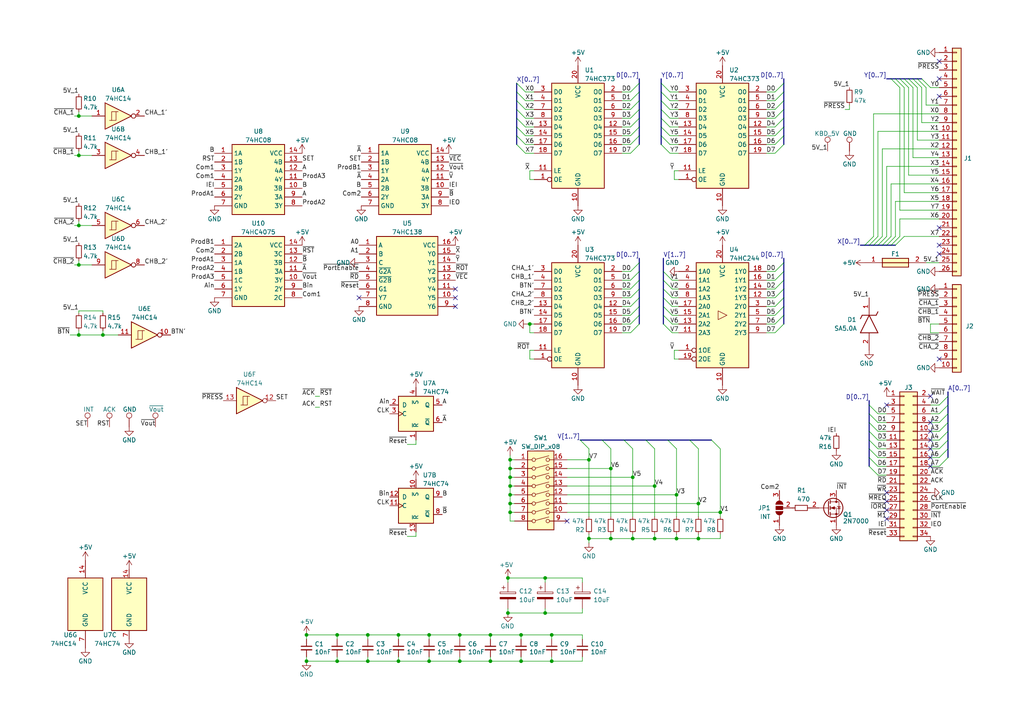
<source format=kicad_sch>
(kicad_sch (version 20230121) (generator eeschema)
  (paper "A4")
  (title_block (title "KBD Interface V2") (date "2025-02-15") (comment 1 "Includes interface to 2x rotary encoders and a keyboard (custom interface)"))
  (lib_symbols
    (symbol "0ZRR0005FF1E:0ZRR0005FF1E" (pin_names hide)
      (property "Reference" "F" (at 13.97 6.35 0))
      (property "Value" "0ZRR0005FF1E" (at 13.97 3.81 0))
      (symbol "0ZRR0005FF1E_1_1"
        (pin passive line (at 0 0 0) (length 5.08) (name "1") (number "1"))
        (pin passive line (at 17.78 0 180) (length 5.08) (name "2") (number "2"))
      )
    )
    (symbol "74xx:74HC14" (pin_names (offset 1.016))
      (property "Reference" "U" (at 0 1.27 0))
      (property "Value" "74HC14" (at 0 -1.27 0))
      (symbol "74HC14_1_0"
        (pin input line (at -7.62 0 0) (length 3.81) (name "~") (number "1"))
        (pin output inverted (at 7.62 0 180) (length 3.81) (name "~") (number "2"))
      )
      (symbol "74HC14_2_0"
        (pin input line (at -7.62 0 0) (length 3.81) (name "~") (number "3"))
        (pin output inverted (at 7.62 0 180) (length 3.81) (name "~") (number "4"))
      )
      (symbol "74HC14_3_0"
        (pin input line (at -7.62 0 0) (length 3.81) (name "~") (number "5"))
        (pin output inverted (at 7.62 0 180) (length 3.81) (name "~") (number "6"))
      )
      (symbol "74HC14_4_0"
        (pin output inverted (at 7.62 0 180) (length 3.81) (name "~") (number "8"))
        (pin input line (at -7.62 0 0) (length 3.81) (name "~") (number "9"))
      )
      (symbol "74HC14_5_0"
        (pin output inverted (at 7.62 0 180) (length 3.81) (name "~") (number "10"))
        (pin input line (at -7.62 0 0) (length 3.81) (name "~") (number "11"))
      )
      (symbol "74HC14_6_0"
        (pin output inverted (at 7.62 0 180) (length 3.81) (name "~") (number "12"))
        (pin input line (at -7.62 0 0) (length 3.81) (name "~") (number "13"))
      )
      (symbol "74HC14_7_0"
        (pin power_in line (at 0 12.7 270) (length 5.08) (name "VCC") (number "14"))
        (pin power_in line (at 0 -12.7 90) (length 5.08) (name "GND") (number "7"))
      )
    )
    (symbol "74xx:74HC244"
      (property "Reference" "U" (at -7.62 16.51 0))
      (property "Value" "74HC244" (at -7.62 -16.51 0))
      (symbol "74HC244_1_0"
        (pin input inverted (at -12.7 -10.16 0) (length 5.08) (name "1OE") (number "1"))
        (pin power_in line (at 0 -20.32 90) (length 5.08) (name "GND") (number "10"))
        (pin input line (at -12.7 -5.08 0) (length 5.08) (name "2A3") (number "11"))
        (pin tri_state line (at 12.7 5.08 180) (length 5.08) (name "1Y3") (number "12"))
        (pin input line (at -12.7 -2.54 0) (length 5.08) (name "2A2") (number "13"))
        (pin tri_state line (at 12.7 7.62 180) (length 5.08) (name "1Y2") (number "14"))
        (pin input line (at -12.7 0 0) (length 5.08) (name "2A1") (number "15"))
        (pin tri_state line (at 12.7 10.16 180) (length 5.08) (name "1Y1") (number "16"))
        (pin input line (at -12.7 2.54 0) (length 5.08) (name "2A0") (number "17"))
        (pin tri_state line (at 12.7 12.7 180) (length 5.08) (name "1Y0") (number "18"))
        (pin input inverted (at -12.7 -12.7 0) (length 5.08) (name "2OE") (number "19"))
        (pin input line (at -12.7 12.7 0) (length 5.08) (name "1A0") (number "2"))
        (pin power_in line (at 0 20.32 270) (length 5.08) (name "VCC") (number "20"))
        (pin tri_state line (at 12.7 2.54 180) (length 5.08) (name "2Y0") (number "3"))
        (pin input line (at -12.7 10.16 0) (length 5.08) (name "1A1") (number "4"))
        (pin tri_state line (at 12.7 0 180) (length 5.08) (name "2Y1") (number "5"))
        (pin input line (at -12.7 7.62 0) (length 5.08) (name "1A2") (number "6"))
        (pin tri_state line (at 12.7 -2.54 180) (length 5.08) (name "2Y2") (number "7"))
        (pin input line (at -12.7 5.08 0) (length 5.08) (name "1A3") (number "8"))
        (pin tri_state line (at 12.7 -5.08 180) (length 5.08) (name "2Y3") (number "9"))
      )
    )
    (symbol "74xx:74HC373"
      (property "Reference" "U" (at -7.62 16.51 0))
      (property "Value" "74HC373" (at -7.62 -16.51 0))
      (symbol "74HC373_1_0"
        (pin input inverted (at -12.7 -12.7 0) (length 5.08) (name "OE") (number "1"))
        (pin power_in line (at 0 -20.32 90) (length 5.08) (name "GND") (number "10"))
        (pin input line (at -12.7 -10.16 0) (length 5.08) (name "LE") (number "11"))
        (pin tri_state line (at 12.7 2.54 180) (length 5.08) (name "O4") (number "12"))
        (pin input line (at -12.7 2.54 0) (length 5.08) (name "D4") (number "13"))
        (pin input line (at -12.7 0 0) (length 5.08) (name "D5") (number "14"))
        (pin tri_state line (at 12.7 0 180) (length 5.08) (name "O5") (number "15"))
        (pin tri_state line (at 12.7 -2.54 180) (length 5.08) (name "O6") (number "16"))
        (pin input line (at -12.7 -2.54 0) (length 5.08) (name "D6") (number "17"))
        (pin input line (at -12.7 -5.08 0) (length 5.08) (name "D7") (number "18"))
        (pin tri_state line (at 12.7 -5.08 180) (length 5.08) (name "O7") (number "19"))
        (pin tri_state line (at 12.7 12.7 180) (length 5.08) (name "O0") (number "2"))
        (pin power_in line (at 0 20.32 270) (length 5.08) (name "VCC") (number "20"))
        (pin input line (at -12.7 12.7 0) (length 5.08) (name "D0") (number "3"))
        (pin input line (at -12.7 10.16 0) (length 5.08) (name "D1") (number "4"))
        (pin tri_state line (at 12.7 10.16 180) (length 5.08) (name "O1") (number "5"))
        (pin tri_state line (at 12.7 7.62 180) (length 5.08) (name "O2") (number "6"))
        (pin input line (at -12.7 7.62 0) (length 5.08) (name "D2") (number "7"))
        (pin input line (at -12.7 5.08 0) (length 5.08) (name "D3") (number "8"))
        (pin tri_state line (at 12.7 5.08 180) (length 5.08) (name "O3") (number "9"))
      )
    )
    (symbol "74xx:74HC74" (pin_names (offset 1.016))
      (property "Reference" "U" (at -7.62 8.89 0))
      (property "Value" "74HC74" (at -7.62 -8.89 0))
      (symbol "74HC74_1_0"
        (pin input line (at 0 -7.62 90) (length 2.54) (name "~{R}") (number "1"))
        (pin input line (at -7.62 2.54 0) (length 2.54) (name "D") (number "2"))
        (pin input clock (at -7.62 0 0) (length 2.54) (name "C") (number "3"))
        (pin input line (at 0 7.62 270) (length 2.54) (name "~{S}") (number "4"))
        (pin output line (at 7.62 2.54 180) (length 2.54) (name "Q") (number "5"))
        (pin output line (at 7.62 -2.54 180) (length 2.54) (name "~{Q}") (number "6"))
      )
      (symbol "74HC74_2_0"
        (pin input line (at 0 7.62 270) (length 2.54) (name "~{S}") (number "10"))
        (pin input clock (at -7.62 0 0) (length 2.54) (name "C") (number "11"))
        (pin input line (at -7.62 2.54 0) (length 2.54) (name "D") (number "12"))
        (pin input line (at 0 -7.62 90) (length 2.54) (name "~{R}") (number "13"))
        (pin output line (at 7.62 -2.54 180) (length 2.54) (name "~{Q}") (number "8"))
        (pin output line (at 7.62 2.54 180) (length 2.54) (name "Q") (number "9"))
      )
      (symbol "74HC74_3_0"
        (pin power_in line (at 0 10.16 270) (length 2.54) (name "VCC") (number "14"))
        (pin power_in line (at 0 -10.16 90) (length 2.54) (name "GND") (number "7"))
      )
    )
    (symbol "CD74HC4075EG4:CD74HC4075EG4"
      (property "Reference" "IC" (at 21.59 7.62 0))
      (property "Value" "CD74HC4075EG4" (at 21.59 5.08 0))
      (symbol "CD74HC4075EG4_1_1"
        (pin passive line (at 0 0 0) (length 5.08) (name "2A") (number "1"))
        (pin passive line (at 25.4 -10.16 180) (length 5.08) (name "3Y") (number "10"))
        (pin passive line (at 25.4 -7.62 180) (length 5.08) (name "3A") (number "11"))
        (pin passive line (at 25.4 -5.08 180) (length 5.08) (name "3B") (number "12"))
        (pin passive line (at 25.4 -2.54 180) (length 5.08) (name "3C") (number "13"))
        (pin passive line (at 25.4 0 180) (length 5.08) (name "VCC") (number "14"))
        (pin passive line (at 0 -2.54 0) (length 5.08) (name "2B") (number "2"))
        (pin passive line (at 0 -5.08 0) (length 5.08) (name "1A") (number "3"))
        (pin passive line (at 0 -7.62 0) (length 5.08) (name "1B") (number "4"))
        (pin passive line (at 0 -10.16 0) (length 5.08) (name "1C") (number "5"))
        (pin passive line (at 0 -12.7 0) (length 5.08) (name "1Y") (number "6"))
        (pin passive line (at 0 -15.24 0) (length 5.08) (name "GND") (number "7"))
        (pin passive line (at 25.4 -15.24 180) (length 5.08) (name "2C") (number "8"))
        (pin passive line (at 25.4 -12.7 180) (length 5.08) (name "2Y") (number "9"))
      )
    )
    (symbol "Connector:TestPoint" (pin_numbers hide) (pin_names (offset 0.762) hide)
      (property "Reference" "TP" (at 0 6.858 0))
      (property "Value" "TestPoint" (at 0 5.08 0))
      (symbol "TestPoint_1_1"
        (pin passive line (at 0 0 90) (length 2.54) (name "1") (number "1"))
      )
    )
    (symbol "Connector_Generic:Conn_01x10" (pin_names (offset 1.016) hide)
      (property "Reference" "J" (at 0 12.7 0))
      (property "Value" "Conn_01x10" (at 0 -15.24 0))
      (symbol "Conn_01x10_1_1"
        (pin passive line (at -5.08 10.16 0) (length 3.81) (name "Pin_1") (number "1"))
        (pin passive line (at -5.08 -12.7 0) (length 3.81) (name "Pin_10") (number "10"))
        (pin passive line (at -5.08 7.62 0) (length 3.81) (name "Pin_2") (number "2"))
        (pin passive line (at -5.08 5.08 0) (length 3.81) (name "Pin_3") (number "3"))
        (pin passive line (at -5.08 2.54 0) (length 3.81) (name "Pin_4") (number "4"))
        (pin passive line (at -5.08 0 0) (length 3.81) (name "Pin_5") (number "5"))
        (pin passive line (at -5.08 -2.54 0) (length 3.81) (name "Pin_6") (number "6"))
        (pin passive line (at -5.08 -5.08 0) (length 3.81) (name "Pin_7") (number "7"))
        (pin passive line (at -5.08 -7.62 0) (length 3.81) (name "Pin_8") (number "8"))
        (pin passive line (at -5.08 -10.16 0) (length 3.81) (name "Pin_9") (number "9"))
      )
    )
    (symbol "Connector_Generic:Conn_01x26" (pin_names (offset 1.016) hide)
      (property "Reference" "J" (at 0 33.02 0))
      (property "Value" "Conn_01x26" (at 0 -35.56 0))
      (symbol "Conn_01x26_1_1"
        (pin passive line (at -5.08 30.48 0) (length 3.81) (name "Pin_1") (number "1"))
        (pin passive line (at -5.08 7.62 0) (length 3.81) (name "Pin_10") (number "10"))
        (pin passive line (at -5.08 5.08 0) (length 3.81) (name "Pin_11") (number "11"))
        (pin passive line (at -5.08 2.54 0) (length 3.81) (name "Pin_12") (number "12"))
        (pin passive line (at -5.08 0 0) (length 3.81) (name "Pin_13") (number "13"))
        (pin passive line (at -5.08 -2.54 0) (length 3.81) (name "Pin_14") (number "14"))
        (pin passive line (at -5.08 -5.08 0) (length 3.81) (name "Pin_15") (number "15"))
        (pin passive line (at -5.08 -7.62 0) (length 3.81) (name "Pin_16") (number "16"))
        (pin passive line (at -5.08 -10.16 0) (length 3.81) (name "Pin_17") (number "17"))
        (pin passive line (at -5.08 -12.7 0) (length 3.81) (name "Pin_18") (number "18"))
        (pin passive line (at -5.08 -15.24 0) (length 3.81) (name "Pin_19") (number "19"))
        (pin passive line (at -5.08 27.94 0) (length 3.81) (name "Pin_2") (number "2"))
        (pin passive line (at -5.08 -17.78 0) (length 3.81) (name "Pin_20") (number "20"))
        (pin passive line (at -5.08 -20.32 0) (length 3.81) (name "Pin_21") (number "21"))
        (pin passive line (at -5.08 -22.86 0) (length 3.81) (name "Pin_22") (number "22"))
        (pin passive line (at -5.08 -25.4 0) (length 3.81) (name "Pin_23") (number "23"))
        (pin passive line (at -5.08 -27.94 0) (length 3.81) (name "Pin_24") (number "24"))
        (pin passive line (at -5.08 -30.48 0) (length 3.81) (name "Pin_25") (number "25"))
        (pin passive line (at -5.08 -33.02 0) (length 3.81) (name "Pin_26") (number "26"))
        (pin passive line (at -5.08 25.4 0) (length 3.81) (name "Pin_3") (number "3"))
        (pin passive line (at -5.08 22.86 0) (length 3.81) (name "Pin_4") (number "4"))
        (pin passive line (at -5.08 20.32 0) (length 3.81) (name "Pin_5") (number "5"))
        (pin passive line (at -5.08 17.78 0) (length 3.81) (name "Pin_6") (number "6"))
        (pin passive line (at -5.08 15.24 0) (length 3.81) (name "Pin_7") (number "7"))
        (pin passive line (at -5.08 12.7 0) (length 3.81) (name "Pin_8") (number "8"))
        (pin passive line (at -5.08 10.16 0) (length 3.81) (name "Pin_9") (number "9"))
      )
    )
    (symbol "Connector_Generic:Conn_02x17_Odd_Even" (pin_names (offset 1.016) hide)
      (property "Reference" "J" (at 1.27 22.86 0))
      (property "Value" "Conn_02x17_Odd_Even" (at 1.27 -22.86 0))
      (symbol "Conn_02x17_Odd_Even_1_1"
        (pin passive line (at -5.08 20.32 0) (length 3.81) (name "Pin_1") (number "1"))
        (pin passive line (at 7.62 10.16 180) (length 3.81) (name "Pin_10") (number "10"))
        (pin passive line (at -5.08 7.62 0) (length 3.81) (name "Pin_11") (number "11"))
        (pin passive line (at 7.62 7.62 180) (length 3.81) (name "Pin_12") (number "12"))
        (pin passive line (at -5.08 5.08 0) (length 3.81) (name "Pin_13") (number "13"))
        (pin passive line (at 7.62 5.08 180) (length 3.81) (name "Pin_14") (number "14"))
        (pin passive line (at -5.08 2.54 0) (length 3.81) (name "Pin_15") (number "15"))
        (pin passive line (at 7.62 2.54 180) (length 3.81) (name "Pin_16") (number "16"))
        (pin passive line (at -5.08 0 0) (length 3.81) (name "Pin_17") (number "17"))
        (pin passive line (at 7.62 0 180) (length 3.81) (name "Pin_18") (number "18"))
        (pin passive line (at -5.08 -2.54 0) (length 3.81) (name "Pin_19") (number "19"))
        (pin passive line (at 7.62 20.32 180) (length 3.81) (name "Pin_2") (number "2"))
        (pin passive line (at 7.62 -2.54 180) (length 3.81) (name "Pin_20") (number "20"))
        (pin passive line (at -5.08 -5.08 0) (length 3.81) (name "Pin_21") (number "21"))
        (pin passive line (at 7.62 -5.08 180) (length 3.81) (name "Pin_22") (number "22"))
        (pin passive line (at -5.08 -7.62 0) (length 3.81) (name "Pin_23") (number "23"))
        (pin passive line (at 7.62 -7.62 180) (length 3.81) (name "Pin_24") (number "24"))
        (pin passive line (at -5.08 -10.16 0) (length 3.81) (name "Pin_25") (number "25"))
        (pin passive line (at 7.62 -10.16 180) (length 3.81) (name "Pin_26") (number "26"))
        (pin passive line (at -5.08 -12.7 0) (length 3.81) (name "Pin_27") (number "27"))
        (pin passive line (at 7.62 -12.7 180) (length 3.81) (name "Pin_28") (number "28"))
        (pin passive line (at -5.08 -15.24 0) (length 3.81) (name "Pin_29") (number "29"))
        (pin passive line (at -5.08 17.78 0) (length 3.81) (name "Pin_3") (number "3"))
        (pin passive line (at 7.62 -15.24 180) (length 3.81) (name "Pin_30") (number "30"))
        (pin passive line (at -5.08 -17.78 0) (length 3.81) (name "Pin_31") (number "31"))
        (pin passive line (at 7.62 -17.78 180) (length 3.81) (name "Pin_32") (number "32"))
        (pin passive line (at -5.08 -20.32 0) (length 3.81) (name "Pin_33") (number "33"))
        (pin passive line (at 7.62 -20.32 180) (length 3.81) (name "Pin_34") (number "34"))
        (pin passive line (at 7.62 17.78 180) (length 3.81) (name "Pin_4") (number "4"))
        (pin passive line (at -5.08 15.24 0) (length 3.81) (name "Pin_5") (number "5"))
        (pin passive line (at 7.62 15.24 180) (length 3.81) (name "Pin_6") (number "6"))
        (pin passive line (at -5.08 12.7 0) (length 3.81) (name "Pin_7") (number "7"))
        (pin passive line (at 7.62 12.7 180) (length 3.81) (name "Pin_8") (number "8"))
        (pin passive line (at -5.08 10.16 0) (length 3.81) (name "Pin_9") (number "9"))
      )
    )
    (symbol "Device:C_Polarized" (pin_numbers hide) (pin_names (offset 0.254))
      (property "Reference" "C" (at 0.635 2.54 0))
      (property "Value" "C_Polarized" (at 0.635 -2.54 0))
      (symbol "C_Polarized_1_1"
        (pin passive line (at 0 3.81 270) (length 2.794) (name "~") (number "1"))
        (pin passive line (at 0 -3.81 90) (length 2.794) (name "~") (number "2"))
      )
    )
    (symbol "Device:C_Small" (pin_numbers hide) (pin_names (offset 0.254) hide)
      (property "Reference" "C" (at 0.254 1.778 0))
      (property "Value" "C_Small" (at 0.254 -2.032 0))
      (symbol "C_Small_1_1"
        (pin passive line (at 0 2.54 270) (length 2.032) (name "~") (number "1"))
        (pin passive line (at 0 -2.54 90) (length 2.032) (name "~") (number "2"))
      )
    )
    (symbol "Device:R_Small" (pin_numbers hide) (pin_names (offset 0.254) hide)
      (property "Reference" "R" (at 0.762 0.508 0))
      (property "Value" "R_Small" (at 0.762 -1.016 0))
      (symbol "R_Small_1_1"
        (pin passive line (at 0 2.54 270) (length 0.762) (name "~") (number "1"))
        (pin passive line (at 0 -2.54 90) (length 0.762) (name "~") (number "2"))
      )
    )
    (symbol "Jumper:SolderJumper_3_Open" (pin_names (offset 0) hide)
      (property "Reference" "JP" (at -2.54 -2.54 0))
      (property "Value" "SolderJumper_3_Open" (at 0 2.794 0))
      (symbol "SolderJumper_3_Open_1_1"
        (pin passive line (at -5.08 0 0) (length 2.54) (name "A") (number "1"))
        (pin passive line (at 0 -3.81 90) (length 2.54) (name "C") (number "2"))
        (pin passive line (at 5.08 0 180) (length 2.54) (name "B") (number "3"))
      )
    )
    (symbol "SA5_0A:SA5.0A" (pin_names hide)
      (property "Reference" "D" (at 10.16 8.89 0))
      (property "Value" "SA5.0A" (at 10.16 6.35 0))
      (symbol "SA5.0A_1_1"
        (pin passive line (at 0 0 0) (length 5.08) (name "K") (number "1"))
        (pin passive line (at 15.24 0 180) (length 5.08) (name "A") (number "2"))
      )
    )
    (symbol "SN74HC08AN:SN74HC08AN"
      (property "Reference" "IC" (at 21.59 7.62 0))
      (property "Value" "SN74HC08AN" (at 21.59 5.08 0))
      (symbol "SN74HC08AN_1_1"
        (pin passive line (at 0 0 0) (length 5.08) (name "1A") (number "1"))
        (pin passive line (at 25.4 -10.16 180) (length 5.08) (name "3B") (number "10"))
        (pin passive line (at 25.4 -7.62 180) (length 5.08) (name "4Y") (number "11"))
        (pin passive line (at 25.4 -5.08 180) (length 5.08) (name "4A") (number "12"))
        (pin passive line (at 25.4 -2.54 180) (length 5.08) (name "4B") (number "13"))
        (pin passive line (at 25.4 0 180) (length 5.08) (name "VCC") (number "14"))
        (pin passive line (at 0 -2.54 0) (length 5.08) (name "1B") (number "2"))
        (pin passive line (at 0 -5.08 0) (length 5.08) (name "1Y") (number "3"))
        (pin passive line (at 0 -7.62 0) (length 5.08) (name "2A") (number "4"))
        (pin passive line (at 0 -10.16 0) (length 5.08) (name "2B") (number "5"))
        (pin passive line (at 0 -12.7 0) (length 5.08) (name "2Y") (number "6"))
        (pin passive line (at 0 -15.24 0) (length 5.08) (name "GND") (number "7"))
        (pin passive line (at 25.4 -15.24 180) (length 5.08) (name "3Y") (number "8"))
        (pin passive line (at 25.4 -12.7 180) (length 5.08) (name "3A") (number "9"))
      )
    )
    (symbol "SN74HC138N:SN74HC138N"
      (property "Reference" "IC" (at 24.13 7.62 0))
      (property "Value" "SN74HC138N" (at 24.13 5.08 0))
      (symbol "SN74HC138N_1_1"
        (pin passive line (at 0 0 0) (length 5.08) (name "A") (number "1"))
        (pin passive line (at 27.94 -15.24 180) (length 5.08) (name "Y5") (number "10"))
        (pin passive line (at 27.94 -12.7 180) (length 5.08) (name "Y4") (number "11"))
        (pin passive line (at 27.94 -10.16 180) (length 5.08) (name "Y3") (number "12"))
        (pin passive line (at 27.94 -7.62 180) (length 5.08) (name "Y2") (number "13"))
        (pin passive line (at 27.94 -5.08 180) (length 5.08) (name "Y1") (number "14"))
        (pin passive line (at 27.94 -2.54 180) (length 5.08) (name "Y0") (number "15"))
        (pin passive line (at 27.94 0 180) (length 5.08) (name "VCC") (number "16"))
        (pin passive line (at 0 -2.54 0) (length 5.08) (name "B") (number "2"))
        (pin passive line (at 0 -5.08 0) (length 5.08) (name "C") (number "3"))
        (pin passive line (at 0 -7.62 0) (length 5.08) (name "~{G2A}") (number "4"))
        (pin passive line (at 0 -10.16 0) (length 5.08) (name "~{G2B}") (number "5"))
        (pin passive line (at 0 -12.7 0) (length 5.08) (name "G1") (number "6"))
        (pin passive line (at 0 -15.24 0) (length 5.08) (name "Y7") (number "7"))
        (pin passive line (at 0 -17.78 0) (length 5.08) (name "GND") (number "8"))
        (pin passive line (at 27.94 -17.78 180) (length 5.08) (name "Y6") (number "9"))
      )
    )
    (symbol "Switch:SW_DIP_x08" (pin_names (offset 0) hide)
      (property "Reference" "SW" (at 0 13.97 0))
      (property "Value" "SW_DIP_x08" (at 0 -11.43 0))
      (symbol "SW_DIP_x08_1_1"
        (pin passive line (at -7.62 10.16 0) (length 5.08) (name "~") (number "1"))
        (pin passive line (at 7.62 -5.08 180) (length 5.08) (name "~") (number "10"))
        (pin passive line (at 7.62 -2.54 180) (length 5.08) (name "~") (number "11"))
        (pin passive line (at 7.62 0 180) (length 5.08) (name "~") (number "12"))
        (pin passive line (at 7.62 2.54 180) (length 5.08) (name "~") (number "13"))
        (pin passive line (at 7.62 5.08 180) (length 5.08) (name "~") (number "14"))
        (pin passive line (at 7.62 7.62 180) (length 5.08) (name "~") (number "15"))
        (pin passive line (at 7.62 10.16 180) (length 5.08) (name "~") (number "16"))
        (pin passive line (at -7.62 7.62 0) (length 5.08) (name "~") (number "2"))
        (pin passive line (at -7.62 5.08 0) (length 5.08) (name "~") (number "3"))
        (pin passive line (at -7.62 2.54 0) (length 5.08) (name "~") (number "4"))
        (pin passive line (at -7.62 0 0) (length 5.08) (name "~") (number "5"))
        (pin passive line (at -7.62 -2.54 0) (length 5.08) (name "~") (number "6"))
        (pin passive line (at -7.62 -5.08 0) (length 5.08) (name "~") (number "7"))
        (pin passive line (at -7.62 -7.62 0) (length 5.08) (name "~") (number "8"))
        (pin passive line (at 7.62 -7.62 180) (length 5.08) (name "~") (number "9"))
      )
    )
    (symbol "Transistor_FET:2N7000" (pin_names hide)
      (property "Reference" "Q" (at 5.08 1.905 0))
      (property "Value" "2N7000" (at 5.08 0 0))
      (symbol "2N7000_1_1"
        (pin passive line (at 2.54 -5.08 90) (length 2.54) (name "S") (number "1"))
        (pin input line (at -5.08 0 0) (length 2.54) (name "G") (number "2"))
        (pin passive line (at 2.54 5.08 270) (length 2.54) (name "D") (number "3"))
      )
    )
    (symbol "power:+5V" (power) (pin_names (offset 0))
      (property "Value" "+5V" (at 0 3.556 0))
      (symbol "+5V_1_1"
        (pin power_in line (at 0 0 90) (length 0) hide (name "+5V") (number "1"))
      )
    )
    (symbol "power:GND" (power) (pin_names (offset 0))
      (property "Value" "GND" (at 0 -3.81 0))
      (symbol "GND_1_1"
        (pin power_in line (at 0 0 270) (length 0) hide (name "GND") (number "1"))
      )
    )
  )
  (junction (at 177.165 135.89))
  (junction (at 151.13 184.15))
  (junction (at 202.565 156.21))
  (junction (at 22.86 45.085))
  (junction (at 97.79 191.77))
  (junction (at 106.68 191.77))
  (junction (at 106.68 184.15))
  (junction (at 151.13 191.77))
  (junction (at 158.115 177.8))
  (junction (at 196.215 143.51))
  (junction (at 88.9 191.77))
  (junction (at 115.57 191.77))
  (junction (at 189.865 140.97))
  (junction (at 124.46 184.15))
  (junction (at 170.815 133.35))
  (junction (at 147.955 140.97))
  (junction (at 208.915 148.59))
  (junction (at 183.515 156.21))
  (junction (at 29.845 97.155))
  (junction (at 133.35 191.77))
  (junction (at 170.815 156.21))
  (junction (at 142.24 191.77))
  (junction (at 97.79 184.15))
  (junction (at 147.955 143.51))
  (junction (at 124.46 191.77))
  (junction (at 147.955 133.35))
  (junction (at 147.32 177.8))
  (junction (at 147.32 167.64))
  (junction (at 147.955 146.05))
  (junction (at 88.9 184.15))
  (junction (at 142.24 184.15))
  (junction (at 22.86 65.405))
  (junction (at 147.955 138.43))
  (junction (at 202.565 146.05))
  (junction (at 196.215 156.21))
  (junction (at 22.86 97.155))
  (junction (at 160.02 191.77))
  (junction (at 115.57 184.15))
  (junction (at 177.165 156.21))
  (junction (at 147.955 148.59))
  (junction (at 183.515 138.43))
  (junction (at 147.955 135.89))
  (junction (at 160.02 184.15))
  (junction (at 189.865 156.21))
  (junction (at 22.86 76.835))
  (junction (at 133.35 184.15))
  (junction (at 22.86 33.655))
  (junction (at 153.67 93.98))
  (junction (at 158.115 167.64))
  (no_connect (at 272.415 17.78))
  (no_connect (at 272.415 73.66))
  (no_connect (at 269.875 122.555))
  (no_connect (at 132.08 88.9))
  (no_connect (at 269.875 135.255))
  (no_connect (at 269.875 132.715))
  (no_connect (at 257.175 142.875))
  (no_connect (at 269.875 125.095))
  (no_connect (at 132.08 86.36))
  (no_connect (at 257.175 147.955))
  (no_connect (at 257.175 117.475))
  (no_connect (at 272.415 22.86))
  (no_connect (at 272.415 104.14))
  (no_connect (at 164.465 151.13))
  (no_connect (at 269.875 130.175))
  (no_connect (at 269.875 114.935))
  (no_connect (at 272.415 27.94))
  (no_connect (at 272.415 66.04))
  (no_connect (at 257.175 145.415))
  (no_connect (at 104.14 86.36))
  (no_connect (at 257.175 150.495))
  (no_connect (at 272.415 71.12))
  (no_connect (at 132.08 83.82))
  (no_connect (at 269.875 127.635))
  (bus_entry (at 227.33 36.83) (size -2.54 2.54))
  (bus_entry (at 263.525 22.86) (size 2.54 2.54))
  (bus_entry (at 192.405 78.74) (size 2.54 2.54))
  (bus_entry (at 227.33 83.82) (size -2.54 2.54))
  (bus_entry (at 185.42 81.28) (size -2.54 2.54))
  (bus_entry (at 274.955 127.635) (size -2.54 2.54))
  (bus_entry (at 227.33 34.29) (size -2.54 2.54))
  (bus_entry (at 185.42 39.37) (size -2.54 2.54))
  (bus_entry (at 174.625 127.635) (size 2.54 2.54))
  (bus_entry (at 149.86 36.83) (size 2.54 2.54))
  (bus_entry (at 227.33 91.44) (size -2.54 2.54))
  (bus_entry (at 149.86 41.91) (size 2.54 2.54))
  (bus_entry (at 274.955 130.175) (size -2.54 2.54))
  (bus_entry (at 191.77 26.67) (size 2.54 2.54))
  (bus_entry (at 227.33 26.67) (size -2.54 2.54))
  (bus_entry (at 264.795 22.86) (size 2.54 2.54))
  (bus_entry (at 252.095 122.555) (size 2.54 2.54))
  (bus_entry (at 227.33 93.98) (size -2.54 2.54))
  (bus_entry (at 257.175 71.12) (size 2.54 -2.54))
  (bus_entry (at 274.955 114.935) (size -2.54 2.54))
  (bus_entry (at 267.335 22.86) (size 2.54 2.54))
  (bus_entry (at 255.905 71.12) (size 2.54 -2.54))
  (bus_entry (at 193.675 127.635) (size 2.54 2.54))
  (bus_entry (at 252.095 135.255) (size 2.54 2.54))
  (bus_entry (at 185.42 26.67) (size -2.54 2.54))
  (bus_entry (at 185.42 34.29) (size -2.54 2.54))
  (bus_entry (at 185.42 76.2) (size -2.54 2.54))
  (bus_entry (at 185.42 83.82) (size -2.54 2.54))
  (bus_entry (at 200.025 127.635) (size 2.54 2.54))
  (bus_entry (at 192.405 91.44) (size 2.54 2.54))
  (bus_entry (at 149.86 39.37) (size 2.54 2.54))
  (bus_entry (at 259.715 22.86) (size 2.54 2.54))
  (bus_entry (at 149.86 26.67) (size 2.54 2.54))
  (bus_entry (at 252.095 127.635) (size 2.54 2.54))
  (bus_entry (at 227.33 78.74) (size -2.54 2.54))
  (bus_entry (at 252.095 71.12) (size 2.54 -2.54))
  (bus_entry (at 227.33 88.9) (size -2.54 2.54))
  (bus_entry (at 206.375 127.635) (size 2.54 2.54))
  (bus_entry (at 192.405 88.9) (size 2.54 2.54))
  (bus_entry (at 274.955 120.015) (size -2.54 2.54))
  (bus_entry (at 149.86 34.29) (size 2.54 2.54))
  (bus_entry (at 191.77 31.75) (size 2.54 2.54))
  (bus_entry (at 252.095 132.715) (size 2.54 2.54))
  (bus_entry (at 185.42 24.13) (size -2.54 2.54))
  (bus_entry (at 274.955 125.095) (size -2.54 2.54))
  (bus_entry (at 187.325 127.635) (size 2.54 2.54))
  (bus_entry (at 185.42 31.75) (size -2.54 2.54))
  (bus_entry (at 191.77 39.37) (size 2.54 2.54))
  (bus_entry (at 227.33 86.36) (size -2.54 2.54))
  (bus_entry (at 259.715 71.12) (size 2.54 -2.54))
  (bus_entry (at 252.095 120.015) (size 2.54 2.54))
  (bus_entry (at 180.975 127.635) (size 2.54 2.54))
  (bus_entry (at 274.955 117.475) (size -2.54 2.54))
  (bus_entry (at 191.77 41.91) (size 2.54 2.54))
  (bus_entry (at 252.095 130.175) (size 2.54 2.54))
  (bus_entry (at 227.33 24.13) (size -2.54 2.54))
  (bus_entry (at 227.33 31.75) (size -2.54 2.54))
  (bus_entry (at 185.42 36.83) (size -2.54 2.54))
  (bus_entry (at 192.405 86.36) (size 2.54 2.54))
  (bus_entry (at 185.42 93.98) (size -2.54 2.54))
  (bus_entry (at 185.42 78.74) (size -2.54 2.54))
  (bus_entry (at 266.065 22.86) (size 2.54 2.54))
  (bus_entry (at 185.42 88.9) (size -2.54 2.54))
  (bus_entry (at 227.33 29.21) (size -2.54 2.54))
  (bus_entry (at 274.955 122.555) (size -2.54 2.54))
  (bus_entry (at 254.635 71.12) (size 2.54 -2.54))
  (bus_entry (at 149.86 31.75) (size 2.54 2.54))
  (bus_entry (at 250.825 71.12) (size 2.54 -2.54))
  (bus_entry (at 185.42 91.44) (size -2.54 2.54))
  (bus_entry (at 252.095 125.095) (size 2.54 2.54))
  (bus_entry (at 149.86 29.21) (size 2.54 2.54))
  (bus_entry (at 149.86 24.13) (size 2.54 2.54))
  (bus_entry (at 185.42 41.91) (size -2.54 2.54))
  (bus_entry (at 274.955 132.715) (size -2.54 2.54))
  (bus_entry (at 252.095 117.475) (size 2.54 2.54))
  (bus_entry (at 168.275 127.635) (size 2.54 2.54))
  (bus_entry (at 192.405 83.82) (size 2.54 2.54))
  (bus_entry (at 191.77 24.13) (size 2.54 2.54))
  (bus_entry (at 185.42 29.21) (size -2.54 2.54))
  (bus_entry (at 191.77 36.83) (size 2.54 2.54))
  (bus_entry (at 227.33 39.37) (size -2.54 2.54))
  (bus_entry (at 258.445 22.86) (size 2.54 2.54))
  (bus_entry (at 260.985 22.86) (size 2.54 2.54))
  (bus_entry (at 262.255 22.86) (size 2.54 2.54))
  (bus_entry (at 253.365 71.12) (size 2.54 -2.54))
  (bus_entry (at 227.33 76.2) (size -2.54 2.54))
  (bus_entry (at 192.405 81.28) (size 2.54 2.54))
  (bus_entry (at 191.77 34.29) (size 2.54 2.54))
  (bus_entry (at 258.445 71.12) (size 2.54 -2.54))
  (bus_entry (at 185.42 86.36) (size -2.54 2.54))
  (bus_entry (at 227.33 81.28) (size -2.54 2.54))
  (bus_entry (at 192.405 93.98) (size 2.54 2.54))
  (bus_entry (at 191.77 29.21) (size 2.54 2.54))
  (bus_entry (at 227.33 41.91) (size -2.54 2.54))
  (wire (pts (xy 266.065 40.64) (xy 272.415 40.64)))
  (wire (pts (xy 259.715 68.58) (xy 259.715 58.42)))
  (bus (pts (xy 227.33 29.21) (xy 227.33 31.75)))
  (wire (pts (xy 269.875 135.255) (xy 272.415 135.255)))
  (wire (pts (xy 152.4 36.83) (xy 154.94 36.83)))
  (bus (pts (xy 200.025 127.635) (xy 206.375 127.635)))
  (bus (pts (xy 274.955 120.015) (xy 274.955 122.555)))
  (wire (pts (xy 267.335 25.4) (xy 267.335 35.56)))
  (bus (pts (xy 227.33 31.75) (xy 227.33 34.29)))
  (wire (pts (xy 180.34 78.74) (xy 182.88 78.74)))
  (wire (pts (xy 194.31 44.45) (xy 196.85 44.45)))
  (wire (pts (xy 258.445 68.58) (xy 258.445 53.34)))
  (bus (pts (xy 185.42 74.93) (xy 185.42 76.2)))
  (wire (pts (xy 21.59 65.405) (xy 22.86 65.405)))
  (bus (pts (xy 227.33 88.9) (xy 227.33 91.44)))
  (bus (pts (xy 185.42 36.83) (xy 185.42 39.37)))
  (bus (pts (xy 185.42 76.2) (xy 185.42 78.74)))
  (wire (pts (xy 147.955 138.43) (xy 149.225 138.43)))
  (wire (pts (xy 21.59 45.085) (xy 22.86 45.085)))
  (wire (pts (xy 263.525 25.4) (xy 263.525 50.8)))
  (wire (pts (xy 151.13 184.15) (xy 160.02 184.15)))
  (wire (pts (xy 196.215 156.21) (xy 202.565 156.21)))
  (bus (pts (xy 185.42 31.75) (xy 185.42 34.29)))
  (bus (pts (xy 191.77 36.83) (xy 191.77 39.37)))
  (wire (pts (xy 158.115 167.64) (xy 158.115 168.91)))
  (wire (pts (xy 260.985 60.96) (xy 272.415 60.96)))
  (wire (pts (xy 260.985 68.58) (xy 260.985 63.5)))
  (bus (pts (xy 253.365 71.12) (xy 254.635 71.12)))
  (wire (pts (xy 222.25 29.21) (xy 224.79 29.21)))
  (wire (pts (xy 91.44 118.11) (xy 92.71 118.11)))
  (bus (pts (xy 149.86 34.29) (xy 149.86 36.83)))
  (bus (pts (xy 227.33 83.82) (xy 227.33 86.36)))
  (bus (pts (xy 252.095 116.205) (xy 252.095 117.475)))
  (wire (pts (xy 158.115 177.8) (xy 168.91 177.8)))
  (bus (pts (xy 274.955 113.665) (xy 274.955 114.935)))
  (wire (pts (xy 269.875 132.715) (xy 272.415 132.715)))
  (bus (pts (xy 227.33 78.74) (xy 227.33 81.28)))
  (bus (pts (xy 263.525 22.86) (xy 264.795 22.86)))
  (wire (pts (xy 180.34 26.67) (xy 182.88 26.67)))
  (wire (pts (xy 153.67 96.52) (xy 153.67 93.98)))
  (bus (pts (xy 193.675 127.635) (xy 200.025 127.635)))
  (wire (pts (xy 222.25 78.74) (xy 224.79 78.74)))
  (wire (pts (xy 180.34 88.9) (xy 182.88 88.9)))
  (wire (pts (xy 97.79 190.5) (xy 97.79 191.77)))
  (wire (pts (xy 115.57 190.5) (xy 115.57 191.77)))
  (wire (pts (xy 152.4 26.67) (xy 154.94 26.67)))
  (bus (pts (xy 258.445 71.12) (xy 259.715 71.12)))
  (wire (pts (xy 177.165 135.89) (xy 177.165 149.86)))
  (wire (pts (xy 22.86 75.565) (xy 22.86 76.835)))
  (bus (pts (xy 185.42 86.36) (xy 185.42 88.9)))
  (bus (pts (xy 185.42 91.44) (xy 185.42 93.98)))
  (bus (pts (xy 252.095 130.175) (xy 252.095 132.715)))
  (wire (pts (xy 183.515 130.175) (xy 183.515 138.43)))
  (bus (pts (xy 149.86 36.83) (xy 149.86 39.37)))
  (wire (pts (xy 133.35 190.5) (xy 133.35 191.77)))
  (wire (pts (xy 147.32 167.64) (xy 147.32 168.91)))
  (wire (pts (xy 264.795 25.4) (xy 264.795 45.72)))
  (wire (pts (xy 180.34 39.37) (xy 182.88 39.37)))
  (wire (pts (xy 120.65 155.575) (xy 120.65 154.305)))
  (wire (pts (xy 153.67 93.98) (xy 154.94 93.98)))
  (wire (pts (xy 258.445 53.34) (xy 272.415 53.34)))
  (wire (pts (xy 254.635 130.175) (xy 257.175 130.175)))
  (wire (pts (xy 22.86 64.135) (xy 22.86 65.405)))
  (bus (pts (xy 192.405 91.44) (xy 192.405 93.98)))
  (wire (pts (xy 194.31 34.29) (xy 196.85 34.29)))
  (wire (pts (xy 168.91 167.64) (xy 168.91 168.91)))
  (wire (pts (xy 222.25 91.44) (xy 224.79 91.44)))
  (wire (pts (xy 194.31 26.67) (xy 196.85 26.67)))
  (wire (pts (xy 254.635 135.255) (xy 257.175 135.255)))
  (wire (pts (xy 196.215 143.51) (xy 196.215 149.86)))
  (bus (pts (xy 149.86 39.37) (xy 149.86 41.91)))
  (wire (pts (xy 118.11 128.905) (xy 120.65 128.905)))
  (bus (pts (xy 227.33 22.86) (xy 227.33 24.13)))
  (wire (pts (xy 147.955 151.13) (xy 149.225 151.13)))
  (wire (pts (xy 115.57 184.15) (xy 115.57 185.42)))
  (wire (pts (xy 151.13 191.77) (xy 142.24 191.77)))
  (bus (pts (xy 227.33 24.13) (xy 227.33 26.67)))
  (wire (pts (xy 264.795 45.72) (xy 272.415 45.72)))
  (wire (pts (xy 196.85 104.14) (xy 195.58 104.14)))
  (wire (pts (xy 222.25 86.36) (xy 224.79 86.36)))
  (wire (pts (xy 153.67 104.14) (xy 154.94 104.14)))
  (wire (pts (xy 22.86 76.835) (xy 26.67 76.835)))
  (wire (pts (xy 160.02 190.5) (xy 160.02 191.77)))
  (bus (pts (xy 185.42 88.9) (xy 185.42 91.44)))
  (bus (pts (xy 168.275 127.635) (xy 174.625 127.635)))
  (wire (pts (xy 160.02 184.15) (xy 160.02 185.42)))
  (wire (pts (xy 195.58 104.14) (xy 195.58 101.6)))
  (wire (pts (xy 196.215 130.175) (xy 196.215 143.51)))
  (bus (pts (xy 191.77 34.29) (xy 191.77 36.83)))
  (wire (pts (xy 269.875 93.98) (xy 272.415 93.98)))
  (wire (pts (xy 133.35 184.15) (xy 124.46 184.15)))
  (wire (pts (xy 222.25 44.45) (xy 224.79 44.45)))
  (bus (pts (xy 185.42 83.82) (xy 185.42 86.36)))
  (wire (pts (xy 208.915 154.94) (xy 208.915 156.21)))
  (bus (pts (xy 185.42 34.29) (xy 185.42 36.83)))
  (wire (pts (xy 189.865 130.175) (xy 189.865 140.97)))
  (wire (pts (xy 170.815 156.21) (xy 170.815 157.48)))
  (wire (pts (xy 180.34 93.98) (xy 182.88 93.98)))
  (wire (pts (xy 195.58 101.6) (xy 196.85 101.6)))
  (wire (pts (xy 22.86 97.155) (xy 29.845 97.155)))
  (wire (pts (xy 254.635 132.715) (xy 257.175 132.715)))
  (wire (pts (xy 124.46 184.15) (xy 124.46 185.42)))
  (wire (pts (xy 106.68 190.5) (xy 106.68 191.77)))
  (wire (pts (xy 194.31 31.75) (xy 196.85 31.75)))
  (wire (pts (xy 194.945 88.9) (xy 196.85 88.9)))
  (bus (pts (xy 185.42 29.21) (xy 185.42 31.75)))
  (wire (pts (xy 147.32 176.53) (xy 147.32 177.8)))
  (wire (pts (xy 257.175 48.26) (xy 272.415 48.26)))
  (bus (pts (xy 191.77 22.86) (xy 191.77 24.13)))
  (wire (pts (xy 153.67 101.6) (xy 153.67 104.14)))
  (wire (pts (xy 147.955 135.89) (xy 147.955 138.43)))
  (wire (pts (xy 254.635 122.555) (xy 257.175 122.555)))
  (wire (pts (xy 254.635 125.095) (xy 257.175 125.095)))
  (wire (pts (xy 152.4 41.91) (xy 154.94 41.91)))
  (wire (pts (xy 180.34 41.91) (xy 182.88 41.91)))
  (wire (pts (xy 147.955 146.05) (xy 149.225 146.05)))
  (bus (pts (xy 274.955 127.635) (xy 274.955 130.175)))
  (wire (pts (xy 124.46 184.15) (xy 115.57 184.15)))
  (wire (pts (xy 269.875 93.98) (xy 269.875 96.52)))
  (wire (pts (xy 194.945 91.44) (xy 196.85 91.44)))
  (wire (pts (xy 255.905 43.18) (xy 272.415 43.18)))
  (wire (pts (xy 147.955 143.51) (xy 147.955 146.05)))
  (wire (pts (xy 254.635 127.635) (xy 257.175 127.635)))
  (wire (pts (xy 222.25 26.67) (xy 224.79 26.67)))
  (wire (pts (xy 147.955 148.59) (xy 149.225 148.59)))
  (wire (pts (xy 269.875 127.635) (xy 272.415 127.635)))
  (wire (pts (xy 22.86 45.085) (xy 26.67 45.085)))
  (wire (pts (xy 22.86 32.385) (xy 22.86 33.655)))
  (bus (pts (xy 262.255 22.86) (xy 263.525 22.86)))
  (bus (pts (xy 274.955 122.555) (xy 274.955 125.095)))
  (wire (pts (xy 180.34 83.82) (xy 182.88 83.82)))
  (bus (pts (xy 191.77 31.75) (xy 191.77 34.29)))
  (wire (pts (xy 170.815 156.21) (xy 177.165 156.21)))
  (bus (pts (xy 185.42 26.67) (xy 185.42 29.21)))
  (wire (pts (xy 106.68 191.77) (xy 97.79 191.77)))
  (wire (pts (xy 202.565 130.175) (xy 202.565 146.05)))
  (wire (pts (xy 269.875 125.095) (xy 272.415 125.095)))
  (wire (pts (xy 142.24 184.15) (xy 142.24 185.42)))
  (bus (pts (xy 252.095 117.475) (xy 252.095 120.015)))
  (bus (pts (xy 185.42 24.13) (xy 185.42 26.67)))
  (wire (pts (xy 153.67 52.07) (xy 154.94 52.07)))
  (bus (pts (xy 227.33 39.37) (xy 227.33 41.91)))
  (wire (pts (xy 269.875 120.015) (xy 272.415 120.015)))
  (wire (pts (xy 257.175 68.58) (xy 257.175 48.26)))
  (wire (pts (xy 120.65 128.905) (xy 120.65 127.635)))
  (wire (pts (xy 194.945 96.52) (xy 196.85 96.52)))
  (wire (pts (xy 189.865 154.94) (xy 189.865 156.21)))
  (wire (pts (xy 180.34 34.29) (xy 182.88 34.29)))
  (wire (pts (xy 154.94 96.52) (xy 153.67 96.52)))
  (wire (pts (xy 183.515 156.21) (xy 189.865 156.21)))
  (wire (pts (xy 268.605 25.4) (xy 268.605 30.48)))
  (wire (pts (xy 254.635 137.795) (xy 257.175 137.795)))
  (bus (pts (xy 149.86 29.21) (xy 149.86 31.75)))
  (bus (pts (xy 264.795 22.86) (xy 266.065 22.86)))
  (wire (pts (xy 152.4 34.29) (xy 154.94 34.29)))
  (wire (pts (xy 152.4 39.37) (xy 154.94 39.37)))
  (wire (pts (xy 29.845 90.17) (xy 29.845 90.805)))
  (bus (pts (xy 149.86 24.13) (xy 149.86 26.67)))
  (bus (pts (xy 250.825 71.12) (xy 252.095 71.12)))
  (wire (pts (xy 260.985 25.4) (xy 260.985 60.96)))
  (wire (pts (xy 147.955 133.35) (xy 147.955 135.89)))
  (bus (pts (xy 259.715 22.86) (xy 260.985 22.86)))
  (wire (pts (xy 268.605 30.48) (xy 272.415 30.48)))
  (bus (pts (xy 192.405 78.74) (xy 192.405 81.28)))
  (wire (pts (xy 196.215 154.94) (xy 196.215 156.21)))
  (bus (pts (xy 252.095 127.635) (xy 252.095 130.175)))
  (wire (pts (xy 269.875 117.475) (xy 272.415 117.475)))
  (bus (pts (xy 252.095 71.12) (xy 253.365 71.12)))
  (wire (pts (xy 180.34 96.52) (xy 182.88 96.52)))
  (wire (pts (xy 151.13 185.42) (xy 151.13 184.15)))
  (wire (pts (xy 170.815 133.35) (xy 170.815 149.86)))
  (bus (pts (xy 260.985 22.86) (xy 262.255 22.86)))
  (bus (pts (xy 252.095 132.715) (xy 252.095 135.255)))
  (bus (pts (xy 191.77 39.37) (xy 191.77 41.91)))
  (wire (pts (xy 151.13 190.5) (xy 151.13 191.77)))
  (bus (pts (xy 227.33 74.93) (xy 227.33 76.2)))
  (wire (pts (xy 147.955 132.08) (xy 147.955 133.35)))
  (bus (pts (xy 187.325 127.635) (xy 193.675 127.635)))
  (wire (pts (xy 106.68 184.15) (xy 106.68 185.42)))
  (wire (pts (xy 124.46 191.77) (xy 115.57 191.77)))
  (wire (pts (xy 170.815 130.175) (xy 170.815 133.35)))
  (wire (pts (xy 152.4 44.45) (xy 154.94 44.45)))
  (bus (pts (xy 252.095 120.015) (xy 252.095 122.555)))
  (wire (pts (xy 97.79 185.42) (xy 97.79 184.15)))
  (wire (pts (xy 88.9 191.77) (xy 97.79 191.77)))
  (bus (pts (xy 227.33 86.36) (xy 227.33 88.9)))
  (wire (pts (xy 153.035 93.98) (xy 153.67 93.98)))
  (wire (pts (xy 147.955 140.97) (xy 147.955 143.51)))
  (wire (pts (xy 29.845 97.155) (xy 34.29 97.155)))
  (bus (pts (xy 255.905 71.12) (xy 257.175 71.12)))
  (wire (pts (xy 147.955 138.43) (xy 147.955 140.97)))
  (wire (pts (xy 21.59 76.835) (xy 22.86 76.835)))
  (wire (pts (xy 269.875 130.175) (xy 272.415 130.175)))
  (wire (pts (xy 177.165 156.21) (xy 183.515 156.21)))
  (wire (pts (xy 194.945 83.82) (xy 196.85 83.82)))
  (bus (pts (xy 252.095 125.095) (xy 252.095 127.635)))
  (wire (pts (xy 147.955 146.05) (xy 147.955 148.59)))
  (wire (pts (xy 222.25 39.37) (xy 224.79 39.37)))
  (wire (pts (xy 245.11 31.75) (xy 246.38 31.75)))
  (wire (pts (xy 202.565 154.94) (xy 202.565 156.21)))
  (bus (pts (xy 274.955 130.175) (xy 274.955 132.715)))
  (wire (pts (xy 152.4 29.21) (xy 154.94 29.21)))
  (wire (pts (xy 254.635 120.015) (xy 257.175 120.015)))
  (bus (pts (xy 149.86 31.75) (xy 149.86 34.29)))
  (wire (pts (xy 22.86 90.17) (xy 29.845 90.17)))
  (wire (pts (xy 208.915 148.59) (xy 208.915 149.86)))
  (bus (pts (xy 149.86 26.67) (xy 149.86 29.21)))
  (wire (pts (xy 152.4 31.75) (xy 154.94 31.75)))
  (wire (pts (xy 142.24 184.15) (xy 133.35 184.15)))
  (wire (pts (xy 168.91 176.53) (xy 168.91 177.8)))
  (bus (pts (xy 252.095 122.555) (xy 252.095 125.095)))
  (wire (pts (xy 88.9 190.5) (xy 88.9 191.77)))
  (wire (pts (xy 194.31 29.21) (xy 196.85 29.21)))
  (bus (pts (xy 192.405 81.28) (xy 192.405 83.82)))
  (bus (pts (xy 227.33 76.2) (xy 227.33 78.74)))
  (wire (pts (xy 164.465 143.51) (xy 196.215 143.51)))
  (wire (pts (xy 267.335 35.56) (xy 272.415 35.56)))
  (bus (pts (xy 185.42 81.28) (xy 185.42 83.82)))
  (wire (pts (xy 202.565 146.05) (xy 202.565 149.86)))
  (wire (pts (xy 164.465 133.35) (xy 170.815 133.35)))
  (wire (pts (xy 133.35 191.77) (xy 124.46 191.77)))
  (wire (pts (xy 153.67 49.53) (xy 153.67 52.07)))
  (wire (pts (xy 194.31 41.91) (xy 196.85 41.91)))
  (wire (pts (xy 222.25 96.52) (xy 224.79 96.52)))
  (wire (pts (xy 196.85 49.53) (xy 195.58 49.53)))
  (wire (pts (xy 147.955 148.59) (xy 147.955 151.13)))
  (wire (pts (xy 147.955 135.89) (xy 149.225 135.89)))
  (wire (pts (xy 246.38 31.75) (xy 246.38 30.48)))
  (wire (pts (xy 194.31 39.37) (xy 196.85 39.37)))
  (wire (pts (xy 168.91 190.5) (xy 168.91 191.77)))
  (bus (pts (xy 266.065 22.86) (xy 267.335 22.86)))
  (wire (pts (xy 222.25 31.75) (xy 224.79 31.75)))
  (bus (pts (xy 185.42 22.86) (xy 185.42 24.13)))
  (wire (pts (xy 253.365 68.58) (xy 253.365 33.02)))
  (wire (pts (xy 164.465 146.05) (xy 202.565 146.05)))
  (wire (pts (xy 177.165 154.94) (xy 177.165 156.21)))
  (bus (pts (xy 254.635 71.12) (xy 255.905 71.12)))
  (wire (pts (xy 147.32 167.64) (xy 158.115 167.64)))
  (wire (pts (xy 222.25 81.28) (xy 224.79 81.28)))
  (bus (pts (xy 192.405 83.82) (xy 192.405 86.36)))
  (wire (pts (xy 160.02 184.15) (xy 168.91 184.15)))
  (wire (pts (xy 195.58 49.53) (xy 195.58 52.07)))
  (bus (pts (xy 227.33 26.67) (xy 227.33 29.21)))
  (bus (pts (xy 192.405 86.36) (xy 192.405 88.9)))
  (wire (pts (xy 262.255 55.88) (xy 272.415 55.88)))
  (bus (pts (xy 227.33 91.44) (xy 227.33 93.98)))
  (wire (pts (xy 151.13 184.15) (xy 142.24 184.15)))
  (wire (pts (xy 202.565 156.21) (xy 208.915 156.21)))
  (wire (pts (xy 260.985 63.5) (xy 272.415 63.5)))
  (wire (pts (xy 254.635 68.58) (xy 254.635 38.1)))
  (wire (pts (xy 118.11 155.575) (xy 120.65 155.575)))
  (wire (pts (xy 222.25 93.98) (xy 224.79 93.98)))
  (wire (pts (xy 222.25 41.91) (xy 224.79 41.91)))
  (wire (pts (xy 259.715 58.42) (xy 272.415 58.42)))
  (wire (pts (xy 168.91 184.15) (xy 168.91 185.42)))
  (wire (pts (xy 268.605 76.2) (xy 272.415 76.2)))
  (wire (pts (xy 147.955 133.35) (xy 149.225 133.35)))
  (wire (pts (xy 180.34 29.21) (xy 182.88 29.21)))
  (wire (pts (xy 177.165 130.175) (xy 177.165 135.89)))
  (wire (pts (xy 147.955 140.97) (xy 149.225 140.97)))
  (wire (pts (xy 269.875 25.4) (xy 272.415 25.4)))
  (wire (pts (xy 142.24 190.5) (xy 142.24 191.77)))
  (wire (pts (xy 195.58 52.07) (xy 196.85 52.07)))
  (bus (pts (xy 274.955 114.935) (xy 274.955 117.475)))
  (wire (pts (xy 115.57 191.77) (xy 106.68 191.77)))
  (bus (pts (xy 257.175 71.12) (xy 258.445 71.12)))
  (bus (pts (xy 227.33 34.29) (xy 227.33 36.83)))
  (wire (pts (xy 91.44 114.935) (xy 92.71 114.935)))
  (wire (pts (xy 183.515 154.94) (xy 183.515 156.21)))
  (wire (pts (xy 133.35 184.15) (xy 133.35 185.42)))
  (bus (pts (xy 185.42 39.37) (xy 185.42 41.91)))
  (bus (pts (xy 227.33 81.28) (xy 227.33 83.82)))
  (bus (pts (xy 180.975 127.635) (xy 187.325 127.635)))
  (wire (pts (xy 154.94 49.53) (xy 153.67 49.53)))
  (wire (pts (xy 106.68 184.15) (xy 97.79 184.15)))
  (wire (pts (xy 222.25 83.82) (xy 224.79 83.82)))
  (wire (pts (xy 222.25 34.29) (xy 224.79 34.29)))
  (wire (pts (xy 222.25 36.83) (xy 224.79 36.83)))
  (wire (pts (xy 170.815 154.94) (xy 170.815 156.21)))
  (wire (pts (xy 147.32 177.8) (xy 158.115 177.8)))
  (wire (pts (xy 160.02 191.77) (xy 151.13 191.77)))
  (wire (pts (xy 154.94 101.6) (xy 153.67 101.6)))
  (wire (pts (xy 88.9 184.15) (xy 97.79 184.15)))
  (wire (pts (xy 22.86 95.885) (xy 22.86 97.155)))
  (wire (pts (xy 189.865 156.21) (xy 196.215 156.21)))
  (wire (pts (xy 253.365 33.02) (xy 272.415 33.02)))
  (wire (pts (xy 142.24 191.77) (xy 133.35 191.77)))
  (wire (pts (xy 194.945 81.28) (xy 196.85 81.28)))
  (wire (pts (xy 168.91 191.77) (xy 160.02 191.77)))
  (wire (pts (xy 22.86 43.815) (xy 22.86 45.085)))
  (wire (pts (xy 194.31 36.83) (xy 196.85 36.83)))
  (wire (pts (xy 21.59 33.655) (xy 22.86 33.655)))
  (bus (pts (xy 191.77 26.67) (xy 191.77 29.21)))
  (bus (pts (xy 274.955 125.095) (xy 274.955 127.635)))
  (wire (pts (xy 263.525 50.8) (xy 272.415 50.8)))
  (wire (pts (xy 147.955 143.51) (xy 149.225 143.51)))
  (wire (pts (xy 262.255 68.58) (xy 272.415 68.58)))
  (wire (pts (xy 29.845 95.885) (xy 29.845 97.155)))
  (bus (pts (xy 192.405 88.9) (xy 192.405 91.44)))
  (wire (pts (xy 180.34 36.83) (xy 182.88 36.83)))
  (wire (pts (xy 164.465 138.43) (xy 183.515 138.43)))
  (wire (pts (xy 183.515 149.86) (xy 183.515 138.43)))
  (wire (pts (xy 22.86 65.405) (xy 26.67 65.405)))
  (wire (pts (xy 254.635 38.1) (xy 272.415 38.1)))
  (wire (pts (xy 189.865 140.97) (xy 189.865 149.86)))
  (wire (pts (xy 222.25 88.9) (xy 224.79 88.9)))
  (wire (pts (xy 22.86 33.655) (xy 26.67 33.655)))
  (wire (pts (xy 194.945 93.98) (xy 196.85 93.98)))
  (wire (pts (xy 164.465 135.89) (xy 177.165 135.89)))
  (wire (pts (xy 194.945 86.36) (xy 196.85 86.36)))
  (bus (pts (xy 257.175 22.86) (xy 258.445 22.86)))
  (wire (pts (xy 158.115 167.64) (xy 168.91 167.64)))
  (wire (pts (xy 180.34 81.28) (xy 182.88 81.28)))
  (bus (pts (xy 192.405 74.93) (xy 192.405 78.74)))
  (wire (pts (xy 88.9 185.42) (xy 88.9 184.15)))
  (bus (pts (xy 258.445 22.86) (xy 259.715 22.86)))
  (wire (pts (xy 158.115 177.8) (xy 158.115 176.53)))
  (wire (pts (xy 255.905 68.58) (xy 255.905 43.18)))
  (wire (pts (xy 269.875 96.52) (xy 272.415 96.52)))
  (bus (pts (xy 274.955 117.475) (xy 274.955 120.015)))
  (wire (pts (xy 180.34 91.44) (xy 182.88 91.44)))
  (bus (pts (xy 191.77 29.21) (xy 191.77 31.75)))
  (bus (pts (xy 249.555 71.12) (xy 250.825 71.12)))
  (wire (pts (xy 164.465 148.59) (xy 208.915 148.59)))
  (wire (pts (xy 164.465 140.97) (xy 189.865 140.97)))
  (wire (pts (xy 115.57 184.15) (xy 106.68 184.15)))
  (wire (pts (xy 262.255 25.4) (xy 262.255 55.88)))
  (wire (pts (xy 266.065 25.4) (xy 266.065 40.64)))
  (wire (pts (xy 208.915 130.175) (xy 208.915 148.59)))
  (wire (pts (xy 180.34 31.75) (xy 182.88 31.75)))
  (bus (pts (xy 174.625 127.635) (xy 180.975 127.635)))
  (bus (pts (xy 185.42 78.74) (xy 185.42 81.28)))
  (wire (pts (xy 20.32 97.155) (xy 22.86 97.155)))
  (wire (pts (xy 124.46 190.5) (xy 124.46 191.77)))
  (wire (pts (xy 269.875 122.555) (xy 272.415 122.555)))
  (bus (pts (xy 191.77 24.13) (xy 191.77 26.67)))
  (bus (pts (xy 227.33 36.83) (xy 227.33 39.37)))
  (wire (pts (xy 180.34 86.36) (xy 182.88 86.36)))
  (wire (pts (xy 22.86 90.17) (xy 22.86 90.805)))
  (wire (pts (xy 180.34 44.45) (xy 182.88 44.45)))
  (label "5V_1" (at 22.86 38.735 180))
  (label "BTN'" (at 49.53 97.155 0))
  (label "V[1..7]" (at 168.275 127.635 180))
  (label "BTN'" (at 154.94 91.44 180))
  (label "~{ROT}" (at 153.67 101.6 180))
  (label "SET" (at 80.01 116.205 0))
  (label "~{CHA_1}" (at 21.59 33.655 180))
  (label "ProdA1" (at 62.23 57.15 180))
  (label "X0" (at 154.94 26.67 180))
  (label "V4" (at 189.865 140.97 0))
  (label "ProdA1" (at 62.23 76.2 180))
  (label "D3" (at 257.175 127.635 180))
  (label "D3" (at 222.25 86.36 0))
  (label "~{INT}" (at 269.875 150.495 0))
  (label "RST" (at 31.75 123.825 180))
  (label "~{X}" (at 153.67 49.53 180))
  (label "~{PRESS}" (at 64.77 116.205 180))
  (label "D0" (at 180.34 78.74 0))
  (label "IEO" (at 269.875 153.035 0))
  (label "D6" (at 222.25 41.91 0))
  (label "A1" (at 269.875 120.015 0))
  (label "Y2" (at 272.415 35.56 180))
  (label "Y0" (at 196.85 26.67 180))
  (label "~{RD}" (at 104.14 81.28 180))
  (label "~{Reset}" (at 104.14 83.82 180))
  (label "~{ACK}" (at 91.44 114.935 180))
  (label "~{CHB_1}" (at 272.415 91.44 180))
  (label "D[0..7]" (at 227.33 74.93 180))
  (label "~{ROT}" (at 132.08 78.74 0))
  (label "V3" (at 196.85 86.36 180))
  (label "~{ACK}" (at 269.875 137.795 0))
  (label "A6" (at 269.875 132.715 0))
  (label "D1" (at 180.34 29.21 0))
  (label "~{A}" (at 128.27 122.555 0))
  (label "V1" (at 208.915 148.59 0))
  (label "CHA_2'" (at 41.91 65.405 0))
  (label "X5" (at 154.94 39.37 180))
  (label "Com1" (at 87.63 86.36 0))
  (label "D2" (at 180.34 83.82 0))
  (label "5V_1" (at 22.86 70.485 180))
  (label "X3" (at 272.415 48.26 180))
  (label "D3" (at 180.34 34.29 0))
  (label "CHB_1'" (at 41.91 45.085 0))
  (label "~{CHA_2}" (at 21.59 65.405 180))
  (label "V2" (at 196.85 83.82 180))
  (label "ACK" (at 269.875 140.335 0))
  (label "5V_1" (at 22.86 27.305 180))
  (label "~{RST}" (at 87.63 73.66 0))
  (label "Y3" (at 272.415 40.64 180))
  (label "D7" (at 257.175 137.795 180))
  (label "IEI" (at 242.57 125.73 180))
  (label "V1" (at 196.85 81.28 180))
  (label "5V_1" (at 272.415 76.2 180))
  (label "IEI" (at 62.23 54.61 180))
  (label "5V_1" (at 246.38 25.4 180))
  (label "X1" (at 272.415 38.1 180))
  (label "D4" (at 180.34 36.83 0))
  (label "~{PRESS}" (at 272.415 20.32 180))
  (label "Ain" (at 62.23 83.82 180))
  (label "Com2" (at 104.775 57.15 180))
  (label "SET" (at 104.775 46.99 180))
  (label "D7" (at 222.25 44.45 0))
  (label "~{M1}" (at 257.175 150.495 180))
  (label "V7" (at 196.85 96.52 180))
  (label "Ain" (at 113.03 117.475 180))
  (label "D6" (at 180.34 41.91 0))
  (label "SET" (at 25.4 123.825 180))
  (label "V3" (at 196.215 143.51 0))
  (label "A7" (at 269.875 135.255 0))
  (label "D4" (at 222.25 88.9 0))
  (label "V7" (at 170.815 133.35 0))
  (label "V[1..7]" (at 192.405 74.93 0))
  (label "X0" (at 272.415 33.02 180))
  (label "A3" (at 269.875 125.095 0))
  (label "Y4" (at 272.415 45.72 180))
  (label "5V_1" (at 22.86 59.055 180))
  (label "A4" (at 269.875 127.635 0))
  (label "D4" (at 222.25 36.83 0))
  (label "A0" (at 104.14 71.12 180))
  (label "A5" (at 269.875 130.175 0))
  (label "D5" (at 257.175 132.715 180))
  (label "~{CHA_2}" (at 272.415 101.6 180))
  (label "ProdB1" (at 104.775 49.53 180))
  (label "~{Y}" (at 132.08 76.2 0))
  (label "Y7" (at 272.415 60.96 180))
  (label "~{RD}" (at 257.175 140.335 180))
  (label "~{BTN}" (at 269.875 93.98 180))
  (label "~{A}" (at 104.775 52.07 180))
  (label "5V_1" (at 240.03 43.815 180))
  (label "~{A}" (at 87.63 78.74 0))
  (label "D5" (at 180.34 39.37 0))
  (label "RST" (at 62.23 46.99 180))
  (label "Com1" (at 62.23 49.53 180))
  (label "B" (at 128.27 144.145 0))
  (label "V4" (at 196.85 88.9 180))
  (label "Y5" (at 196.85 39.37 180))
  (label "X7" (at 154.94 44.45 180))
  (label "D5" (at 180.34 91.44 0))
  (label "Y6" (at 272.415 55.88 180))
  (label "Y3" (at 196.85 34.29 180))
  (label "D7" (at 180.34 96.52 0))
  (label "D6" (at 257.175 135.255 180))
  (label "D7" (at 222.25 96.52 0))
  (label "Com2" (at 226.06 142.24 180))
  (label "~{VEC}" (at 130.175 46.99 0))
  (label "SET" (at 87.63 46.99 0))
  (label "BTN'" (at 154.94 83.82 180))
  (label "X4" (at 154.94 36.83 180))
  (label "B" (at 87.63 54.61 0))
  (label "~{Vout}" (at 87.63 81.28 0))
  (label "Y6" (at 196.85 41.91 180))
  (label "X[0..7]" (at 249.555 71.12 180))
  (label "~{B}" (at 87.63 76.2 0))
  (label "Y4" (at 196.85 36.83 180))
  (label "A1" (at 104.14 73.66 180))
  (label "D5" (at 222.25 91.44 0))
  (label "Com1" (at 62.23 52.07 180))
  (label "D[0..7]" (at 252.095 116.205 180))
  (label "~{CHB_2}" (at 272.415 99.06 180))
  (label "Y1" (at 272.415 30.48 180))
  (label "Y2" (at 196.85 31.75 180))
  (label "A0" (at 269.875 117.475 0))
  (label "D1" (at 257.175 122.555 180))
  (label "Y[0..7]" (at 191.77 22.86 0))
  (label "D7" (at 180.34 44.45 0))
  (label "D2" (at 222.25 31.75 0))
  (label "D2" (at 222.25 83.82 0))
  (label "~{B}" (at 130.175 57.15 0))
  (label "ProdA2" (at 87.63 59.69 0))
  (label "X6" (at 154.94 41.91 180))
  (label "~{PortEnable}" (at 269.875 147.955 0))
  (label "CLK" (at 113.03 146.685 180))
  (label "~{V}" (at 195.58 101.6 180))
  (label "CHA_1'" (at 154.94 78.74 180))
  (label "IEO" (at 130.175 59.69 0))
  (label "CLK" (at 269.875 145.415 0))
  (label "~{CHB_2}" (at 21.59 76.835 180))
  (label "V6" (at 177.165 135.89 0))
  (label "D2" (at 257.175 125.095 180))
  (label "~{Y}" (at 195.58 49.53 180))
  (label "Y[0..7]" (at 257.175 22.86 180))
  (label "X2" (at 272.415 43.18 180))
  (label "X5" (at 272.415 58.42 180))
  (label "A[0..7]" (at 274.955 113.665 0))
  (label "V5" (at 196.85 91.44 180))
  (label "~{PortEnable}" (at 104.14 78.74 180))
  (label "~{IORQ}" (at 257.175 147.955 180))
  (label "A" (at 87.63 49.53 0))
  (label "D[0..7]" (at 185.42 74.93 180))
  (label "X2" (at 154.94 31.75 180))
  (label "CHA_1'" (at 41.91 33.655 0))
  (label "~{WR}" (at 257.175 142.875 180))
  (label "X3" (at 154.94 34.29 180))
  (label "D1" (at 222.25 29.21 0))
  (label "A" (at 128.27 117.475 0))
  (label "B" (at 62.23 44.45 180))
  (label "X1" (at 154.94 29.21 180))
  (label "V2" (at 202.565 146.05 0))
  (label "~{RST}" (at 92.71 114.935 0))
  (label "CHA_2'" (at 154.94 86.36 180))
  (label "~{CHA_1}" (at 272.415 88.9 180))
  (label "~{WAIT}" (at 269.875 114.935 0))
  (label "IEI" (at 257.175 153.035 180))
  (label "~{B}" (at 128.27 149.225 0))
  (label "D0" (at 222.25 26.67 0))
  (label "~{X}" (at 132.08 73.66 0))
  (label "CLK" (at 113.03 120.015 180))
  (label "ProdA2" (at 62.23 78.74 180))
  (label "CHB_1'" (at 154.94 81.28 180))
  (label "D4" (at 257.175 130.175 180))
  (label "D1" (at 180.34 81.28 0))
  (label "D3" (at 222.25 34.29 0))
  (label "B" (at 104.775 54.61 180))
  (label "~{V}" (at 130.175 52.07 0))
  (label "~{Vout}" (at 45.085 123.825 180))
  (label "~{INT}" (at 242.57 142.24 0))
  (label "Y5" (at 272.415 50.8 180))
  (label "ProdA3" (at 87.63 52.07 0))
  (label "~{PRESS}" (at 245.11 31.75 180))
  (label "Bin" (at 113.03 144.145 180))
  (label "D1" (at 222.25 81.28 0))
  (label "~{VEC}" (at 132.08 81.28 0))
  (label "~{A}" (at 104.775 44.45 180))
  (label "~{MREQ}" (at 257.175 145.415 180))
  (label "D2" (at 180.34 31.75 0))
  (label "Y0" (at 272.415 25.4 180))
  (label "X7" (at 272.415 68.58 180))
  (label "D0" (at 180.34 26.67 0))
  (label "ACK" (at 91.44 118.11 180))
  (label "A" (at 87.63 57.15 0))
  (label "5V_1" (at 22.86 90.17 180))
  (label "5V_1" (at 252.095 86.36 180))
  (label "D[0..7]" (at 185.42 22.86 180))
  (label "D4" (at 180.34 88.9 0))
  (label "~{Reset}" (at 257.175 155.575 180))
  (label "ProdB1" (at 62.23 71.12 180))
  (label "~{Vout}" (at 130.175 49.53 0))
  (label "~{Reset}" (at 118.11 155.575 180))
  (label "RST" (at 92.71 118.11 0))
  (label "ProdA3" (at 62.23 81.28 180))
  (label "CHB_2'" (at 41.91 76.835 0))
  (label "IEI" (at 130.175 54.61 0))
  (label "D5" (at 222.25 39.37 0))
  (label "D6" (at 222.25 93.98 0))
  (label "~{BTN}" (at 20.32 97.155 180))
  (label "D3" (at 180.34 86.36 0))
  (label "~{CHB_1}" (at 21.59 45.085 180))
  (label "D6" (at 180.34 93.98 0))
  (label "X4" (at 272.415 53.34 180))
  (label "~{Reset}" (at 118.11 128.905 180))
  (label "A2" (at 269.875 122.555 0))
  (label "X[0..7]" (at 149.86 24.13 0))
  (label "Y1" (at 196.85 29.21 180))
  (label "Bin" (at 87.63 83.82 0))
  (label "Com2" (at 62.23 73.66 180))
  (label "X6" (at 272.415 63.5 180))
  (label "D[0..7]" (at 227.33 22.86 180))
  (label "D0" (at 222.25 78.74 0))
  (label "D0" (at 257.175 120.015 180))
  (label "~{PRESS}" (at 272.415 86.36 180))
  (label "CHB_2'" (at 154.94 88.9 180))
  (label "V6" (at 196.85 93.98 180))
  (label "Y7" (at 196.85 44.45 180))
  (label "V5" (at 183.515 138.43 0))
  (symbol (lib_id "power:GND") (at 170.815 157.48 0) (unit 1)
    (property "Reference" "#PWR013" (effects hide))
    (property "Value" "GND" (at 170.815 161.29 0))
  )
  (symbol (lib_id "power:+5V") (at 87.63 44.45 0) (unit 1)
    (property "Reference" "#PWR036" (effects hide))
    (property "Value" "+5V" (at 87.63 40.64 0))
  )
  (symbol (lib_id "Connector_Generic:Conn_01x10") (at 277.495 93.98 0) (unit 1)
    (property "Reference" "J2" (at 280.035 94.615 0) (effects (justify left)))
    (property "Value" "Conn_01x10" (effects hide))
    (property "Footprint" "Connector_IDC:IDC-Header_2x05_P2.54mm_Vertical" (effects hide))
  )
  (symbol (lib_id "Device:C_Small") (at 160.02 187.96 0) (unit 1)
    (property "Reference" "C9" (at 162.3568 186.7916 0) (effects (justify left)))
    (property "Value" "10nF" (at 162.3568 189.103 0) (effects (justify left)))
    (property "Footprint" "Capacitor_THT:C_Disc_D7.5mm_W2.5mm_P5.00mm" (effects hide))
  )
  (symbol (lib_id "Connector_Generic:Conn_01x26") (at 277.495 45.72 0) (unit 1)
    (property "Reference" "J1" (at 279.527 45.9232 0) (effects (justify left)))
    (property "Value" "Conn_01x26" (effects hide))
    (property "Footprint" "Connector_IDC:IDC-Header_2x13_P2.54mm_Vertical" (effects hide))
  )
  (symbol (lib_id "Device:R_Small") (at 22.86 41.275 180) (unit 1)
    (property "Reference" "R11" (at 24.13 40.005 0) (effects (justify right)))
    (property "Value" "4.7k" (at 24.13 42.545 0) (effects (justify right)))
    (property "Footprint" "Resistor_THT:R_Axial_DIN0207_L6.3mm_D2.5mm_P2.54mm_Vertical" (effects hide))
  )
  (symbol (lib_id "Connector:TestPoint") (at 37.465 123.825 0) (unit 1)
    (property "Reference" "TP6" (effects hide))
    (property "Value" "GND" (at 35.56 118.745 0) (effects (justify left)))
    (property "Footprint" "TestPoint:TestPoint_Pad_1.5x1.5mm" (effects hide))
  )
  (symbol (lib_id "Device:R_Small") (at 242.57 128.27 0) (unit 1)
    (property "Reference" "R16" (at 241.3 129.54 0) (effects (justify right)))
    (property "Value" "47k" (at 241.3 127 0) (effects (justify right)))
    (property "Footprint" "Resistor_THT:R_Axial_DIN0207_L6.3mm_D2.5mm_P2.54mm_Vertical" (effects hide))
  )
  (symbol (lib_id "Device:C_Small") (at 168.91 187.96 0) (unit 1)
    (property "Reference" "C10" (at 171.2468 186.7916 0) (effects (justify left)))
    (property "Value" "10nF" (at 171.2468 189.103 0) (effects (justify left)))
    (property "Footprint" "Capacitor_THT:C_Disc_D7.5mm_W2.5mm_P5.00mm" (effects hide))
  )
  (symbol (lib_id "74xx:74HC373") (at 167.64 91.44 0) (unit 1)
    (property "Reference" "U3" (at 169.5959 72.39 0) (effects (justify left)))
    (property "Value" "74HC373" (at 169.5959 74.93 0) (effects (justify left)))
    (property "Footprint" "Package_DIP:DIP-20_W7.62mm_Socket_LongPads" (effects hide))
    (property "Datasheet" "https://www.ti.com/lit/ds/symlink/cd54hc373.pdf" (effects hide))
  )
  (symbol (lib_id "Connector:TestPoint") (at 240.03 43.815 0) (unit 1)
    (property "Reference" "TP5" (effects hide))
    (property "Value" "KBD_5V" (at 236.22 38.735 0) (effects (justify left)))
    (property "Footprint" "TestPoint:TestPoint_Pad_D1.5mm" (effects hide))
  )
  (symbol (lib_id "power:+5V") (at 167.64 19.05 0) (unit 1)
    (property "Reference" "#PWR023" (effects hide))
    (property "Value" "+5V" (at 167.64 15.24 0))
  )
  (symbol (lib_id "74xx:74HC373") (at 209.55 39.37 0) (unit 1)
    (property "Reference" "U2" (at 211.5059 20.32 0) (effects (justify left)))
    (property "Value" "74HC373" (at 211.5059 22.86 0) (effects (justify left)))
    (property "Footprint" "Package_DIP:DIP-20_W7.62mm_Socket_LongPads" (effects hide))
    (property "Datasheet" "https://www.ti.com/lit/ds/symlink/cd54hc373.pdf" (effects hide))
  )
  (symbol (lib_id "74xx:74HC74") (at 37.465 175.26 0) (unit 3)
    (property "Reference" "U7" (at 29.845 184.15 0) (effects (justify left)))
    (property "Value" "74HC74" (at 27.305 186.69 0) (effects (justify left)))
    (property "Footprint" "Package_DIP:DIP-14_W7.62mm_Socket_LongPads" (effects hide))
    (property "Datasheet" "74xx/74hc_hct74.pdf" (effects hide))
  )
  (symbol (lib_id "74xx:74HC244") (at 209.55 91.44 0) (unit 1)
    (property "Reference" "U4" (at 211.5059 72.39 0) (effects (justify left)))
    (property "Value" "74HC244" (at 211.5059 74.93 0) (effects (justify left)))
    (property "Footprint" "Package_DIP:DIP-20_W7.62mm_Socket_LongPads" (effects hide))
    (property "Datasheet" "https://assets.nexperia.com/documents/data-sheet/74HC_HCT244.pdf" (effects hide))
  )
  (symbol (lib_id "power:+5V") (at 257.175 114.935 0) (unit 1)
    (property "Reference" "#PWR028" (effects hide))
    (property "Value" "+5V" (at 254.635 111.125 0) (effects (justify left)))
  )
  (symbol (lib_id "Device:C_Polarized") (at 168.91 172.72 0) (unit 1)
    (property "Reference" "C14" (at 172.085 171.45 0) (effects (justify left)))
    (property "Value" "10uF" (at 172.085 173.99 0) (effects (justify left)))
    (property "Footprint" "Capacitor_THT:CP_Radial_D4.0mm_P1.50mm" (effects hide))
  )
  (symbol (lib_id "power:GND") (at 269.875 142.875 90) (unit 1)
    (property "Reference" "#PWR02" (effects hide))
    (property "Value" "GND" (at 274.955 142.875 90))
  )
  (symbol (lib_id "Device:C_Small") (at 133.35 187.96 0) (unit 1)
    (property "Reference" "C6" (at 135.6868 186.7916 0) (effects (justify left)))
    (property "Value" "10nF" (at 135.6868 189.103 0) (effects (justify left)))
    (property "Footprint" "Capacitor_THT:C_Disc_D7.5mm_W2.5mm_P5.00mm" (effects hide))
  )
  (symbol (lib_id "74xx:74HC14") (at 24.765 175.26 0) (unit 7)
    (property "Reference" "U6" (at 18.415 184.15 0) (effects (justify left)))
    (property "Value" "74HC14" (at 14.605 186.69 0) (effects (justify left)))
    (property "Footprint" "Package_DIP:DIP-14_W7.62mm_Socket_LongPads" (effects hide))
    (property "Datasheet" "http://www.ti.com/lit/gpn/sn74HC14" (effects hide))
  )
  (symbol (lib_id "power:+5V") (at 88.9 184.15 0) (unit 1)
    (property "Reference" "#PWR032" (effects hide))
    (property "Value" "+5V" (at 88.9 180.34 0))
  )
  (symbol (lib_id "Device:R_Small") (at 22.86 61.595 180) (unit 1)
    (property "Reference" "R12" (at 24.13 60.325 0) (effects (justify right)))
    (property "Value" "4.7k" (at 24.13 62.865 0) (effects (justify right)))
    (property "Footprint" "Resistor_THT:R_Axial_DIN0207_L6.3mm_D2.5mm_P2.54mm_Vertical" (effects hide))
  )
  (symbol (lib_id "power:GND") (at 62.23 86.36 0) (unit 1)
    (property "Reference" "#PWR045" (effects hide))
    (property "Value" "GND" (at 62.23 90.17 0))
  )
  (symbol (lib_id "power:GND") (at 37.465 185.42 0) (unit 1)
    (property "Reference" "#PWR04" (effects hide))
    (property "Value" "GND" (at 37.465 189.23 0))
  )
  (symbol (lib_id "power:GND") (at 196.85 78.74 270) (unit 1)
    (property "Reference" "#PWR010" (effects hide))
    (property "Value" "GND" (at 194.945 76.2 90))
  )
  (symbol (lib_id "0ZRR0005FF1E:0ZRR0005FF1E") (at 250.825 76.2 0) (unit 1)
    (property "Reference" "F1" (at 259.715 73.66 0))
    (property "Value" "0ZRR0005FF1E" (effects hide))
    (property "Footprint" "0ZRR0005FF1E:0ZRR0005FF1E" (effects hide))
    (property "Datasheet" "https://componentsearchengine.com/Datasheets/1/0ZRR0005FF1E.pdf" (effects hide))
    (property "Height" "12.7" (effects hide))
    (property "Manufacturer_Name" "BelFuse" (effects hide))
    (property "Manufacturer_Part_Number" "0ZRR0005FF1E" (effects hide))
    (property "Mouser Part Number" "530-0ZRR0005FF1E" (effects hide))
    (property "Mouser Price/Stock" "https://www.mouser.co.uk/ProductDetail/Bel-Fuse/0ZRR0005FF1E?qs=gTYE2QTfZfTVqRt%252BLCV1IQ%3D%3D" (effects hide))
    (property "Arrow Part Number" "0ZRR0005FF1E" (effects hide))
    (property "Arrow Price/Stock" "https://www.arrow.com/en/products/0zrr0005ff1e/bel-group" (effects hide))
  )
  (symbol (lib_id "power:GND") (at 272.415 106.68 270) (unit 1)
    (property "Reference" "#PWR014" (effects hide))
    (property "Value" "GND" (at 269.875 106.68 90) (effects (justify right)))
  )
  (symbol (lib_id "Device:R_Small") (at 246.38 27.94 180) (unit 1)
    (property "Reference" "R9" (at 247.65 26.67 0) (effects (justify right)))
    (property "Value" "47k" (at 247.65 29.21 0) (effects (justify right)))
    (property "Footprint" "Resistor_THT:R_Axial_DIN0207_L6.3mm_D2.5mm_P2.54mm_Vertical" (effects hide))
  )
  (symbol (lib_id "power:GND") (at 242.57 152.4 0) (unit 1)
    (property "Reference" "#PWR039" (effects hide))
    (property "Value" "GND" (at 242.57 156.21 0))
  )
  (symbol (lib_id "Device:R_Small") (at 202.565 152.4 0) (unit 1)
    (property "Reference" "R7" (at 201.295 153.67 0) (effects (justify right)))
    (property "Value" "47k" (at 201.295 151.13 0) (effects (justify right)))
    (property "Footprint" "Resistor_THT:R_Axial_DIN0207_L6.3mm_D2.5mm_P2.54mm_Vertical" (effects hide))
  )
  (symbol (lib_id "Switch:SW_DIP_x08") (at 156.845 143.51 0) (unit 1)
    (property "Reference" "SW1" (at 156.845 127 0))
    (property "Value" "SW_DIP_x08" (at 156.845 129.54 0))
    (property "Footprint" "Package_DIP:DIP-16_W7.62mm_LongPads" (effects hide))
  )
  (symbol (lib_id "74xx:74HC14") (at 34.29 76.835 0) (unit 4)
    (property "Reference" "U6" (at 34.29 69.215 0))
    (property "Value" "74HC14" (at 34.29 71.755 0))
    (property "Footprint" "Package_DIP:DIP-14_W7.62mm_Socket_LongPads" (effects hide))
    (property "Datasheet" "http://www.ti.com/lit/gpn/sn74HC14" (effects hide))
  )
  (symbol (lib_id "Connector:TestPoint") (at 31.75 123.825 0) (unit 1)
    (property "Reference" "TP3" (effects hide))
    (property "Value" "ACK" (at 29.845 118.745 0) (effects (justify left)))
    (property "Footprint" "TestPoint:TestPoint_Pad_D1.5mm" (effects hide))
  )
  (symbol (lib_id "power:GND") (at 167.64 111.76 0) (unit 1)
    (property "Reference" "#PWR016" (effects hide))
    (property "Value" "GND" (at 167.64 115.57 0))
  )
  (symbol (lib_id "Device:C_Small") (at 124.46 187.96 0) (unit 1)
    (property "Reference" "C5" (at 126.7968 186.7916 0) (effects (justify left)))
    (property "Value" "10nF" (at 126.7968 189.103 0) (effects (justify left)))
    (property "Footprint" "Capacitor_THT:C_Disc_D7.5mm_W2.5mm_P5.00mm" (effects hide))
  )
  (symbol (lib_id "Device:C_Polarized") (at 147.32 172.72 0) (unit 1)
    (property "Reference" "C12" (at 150.495 171.45 0) (effects (justify left)))
    (property "Value" "10uF" (at 150.495 173.99 0) (effects (justify left)))
    (property "Footprint" "Capacitor_THT:CP_Radial_D4.0mm_P1.50mm" (effects hide))
  )
  (symbol (lib_id "74xx:74HC14") (at 72.39 116.205 0) (unit 6)
    (property "Reference" "U6" (at 72.39 108.585 0))
    (property "Value" "74HC14" (at 72.39 111.125 0))
    (property "Footprint" "Package_DIP:DIP-14_W7.62mm_Socket_LongPads" (effects hide))
    (property "Datasheet" "http://www.ti.com/lit/gpn/sn74HC14" (effects hide))
  )
  (symbol (lib_id "Device:R_Small") (at 22.86 93.345 180) (unit 1)
    (property "Reference" "R14" (at 24.13 92.075 0) (effects (justify right)))
    (property "Value" "4.7k" (at 24.13 94.615 0) (effects (justify right)))
    (property "Footprint" "Resistor_THT:R_Axial_DIN0207_L6.3mm_D2.5mm_P2.54mm_Vertical" (effects hide))
  )
  (symbol (lib_id "Connector:TestPoint") (at 45.085 123.825 0) (unit 1)
    (property "Reference" "TP7" (effects hide))
    (property "Value" "~{Vout}" (at 43.18 118.745 0) (effects (justify left)))
    (property "Footprint" "TestPoint:TestPoint_Pad_D1.5mm" (effects hide))
  )
  (symbol (lib_id "power:+5V") (at 120.65 112.395 0) (unit 1)
    (property "Reference" "#PWR026" (effects hide))
    (property "Value" "+5V" (at 120.65 108.585 0))
  )
  (symbol (lib_id "power:GND") (at 272.415 78.74 270) (unit 1)
    (property "Reference" "#PWR06" (effects hide))
    (property "Value" "GND" (at 269.875 78.74 90) (effects (justify right)))
  )
  (symbol (lib_id "Device:C_Polarized") (at 158.115 172.72 0) (unit 1)
    (property "Reference" "C13" (at 161.29 171.45 0) (effects (justify left)))
    (property "Value" "10uF" (at 161.29 173.99 0) (effects (justify left)))
    (property "Footprint" "Capacitor_THT:CP_Radial_D4.0mm_P1.50mm" (effects hide))
  )
  (symbol (lib_id "Device:R_Small") (at 183.515 152.4 0) (unit 1)
    (property "Reference" "R4" (at 182.245 153.67 0) (effects (justify right)))
    (property "Value" "47k" (at 182.245 151.13 0) (effects (justify right)))
    (property "Footprint" "Resistor_THT:R_Axial_DIN0207_L6.3mm_D2.5mm_P2.54mm_Vertical" (effects hide))
  )
  (symbol (lib_id "power:GND") (at 104.14 88.9 0) (unit 1)
    (property "Reference" "#PWR027" (effects hide))
    (property "Value" "GND" (at 104.14 92.71 0))
  )
  (symbol (lib_id "power:GND") (at 167.64 59.69 0) (unit 1)
    (property "Reference" "#PWR019" (effects hide))
    (property "Value" "GND" (at 167.64 63.5 0))
  )
  (symbol (lib_id "Device:C_Small") (at 142.24 187.96 0) (unit 1)
    (property "Reference" "C7" (at 144.5768 186.7916 0) (effects (justify left)))
    (property "Value" "10nF" (at 144.5768 189.103 0) (effects (justify left)))
    (property "Footprint" "Capacitor_THT:C_Disc_D7.5mm_W2.5mm_P5.00mm" (effects hide))
  )
  (symbol (lib_id "power:GND") (at 147.32 177.8 0) (unit 1)
    (property "Reference" "#PWR051" (effects hide))
    (property "Value" "GND" (at 149.225 181.61 0) (effects (justify right)))
  )
  (symbol (lib_id "74xx:74HC14") (at 41.91 97.155 0) (unit 5)
    (property "Reference" "U6" (at 41.91 89.535 0))
    (property "Value" "74HC14" (at 41.91 92.075 0))
    (property "Footprint" "Package_DIP:DIP-14_W7.62mm_Socket_LongPads" (effects hide))
    (property "Datasheet" "http://www.ti.com/lit/gpn/sn74HC14" (effects hide))
  )
  (symbol (lib_id "power:+5V") (at 24.765 162.56 0) (unit 1)
    (property "Reference" "#PWR037" (effects hide))
    (property "Value" "+5V" (at 24.765 158.75 0))
  )
  (symbol (lib_id "power:+5V") (at 120.65 139.065 0) (unit 1)
    (property "Reference" "#PWR025" (effects hide))
    (property "Value" "+5V" (at 120.65 135.255 0))
  )
  (symbol (lib_id "power:+5V") (at 132.08 71.12 0) (unit 1)
    (property "Reference" "#PWR024" (effects hide))
    (property "Value" "+5V" (at 132.08 67.31 0))
  )
  (symbol (lib_id "Device:R_Small") (at 29.845 93.345 180) (unit 1)
    (property "Reference" "R15" (at 31.115 92.075 0) (effects (justify right)))
    (property "Value" "4.7k" (at 31.115 94.615 0) (effects (justify right)))
    (property "Footprint" "Resistor_THT:R_Axial_DIN0207_L6.3mm_D2.5mm_P2.54mm_Vertical" (effects hide))
  )
  (symbol (lib_id "74xx:74HC74") (at 120.65 146.685 0) (unit 2)
    (property "Reference" "U7" (at 122.6059 137.795 0) (effects (justify left)))
    (property "Value" "74HC74" (at 122.6059 140.335 0) (effects (justify left)))
    (property "Footprint" "Package_DIP:DIP-14_W7.62mm_Socket_LongPads" (effects hide))
    (property "Datasheet" "74xx/74hc_hct74.pdf" (effects hide))
  )
  (symbol (lib_id "SN74HC138N:SN74HC138N") (at 104.14 71.12 0) (unit 1)
    (property "Reference" "U5" (at 118.11 64.77 0))
    (property "Value" "74HC138" (at 118.11 67.31 0))
    (property "Footprint" "Package_DIP:DIP-16_W7.62mm_Socket_LongPads" (effects hide))
    (property "Datasheet" "http://www.ti.com/lit/gpn/sn74hc138" (effects hide))
    (property "Height" "5.08" (effects hide))
    (property "Manufacturer_Name" "Texas Instruments" (effects hide))
    (property "Manufacturer_Part_Number" "SN74HC138N" (effects hide))
    (property "Mouser Part Number" "595-SN74HC138N" (effects hide))
    (property "Mouser Price/Stock" "https://www.mouser.co.uk/ProductDetail/Texas-Instruments/SN74HC138N?qs=DcvZ7Fltd5x%252Bb2TMypNfUg%3D%3D" (effects hide))
    (property "Arrow Part Number" "SN74HC138N" (effects hide))
    (property "Arrow Price/Stock" "https://www.arrow.com/en/products/sn74hc138n/texas-instruments?utm_currency=USD&region=nac" (effects hide))
  )
  (symbol (lib_id "Connector:TestPoint") (at 246.38 43.815 0) (unit 1)
    (property "Reference" "TP8" (effects hide))
    (property "Value" "GND" (at 244.475 38.735 0) (effects (justify left)))
    (property "Footprint" "TestPoint:TestPoint_Pad_1.5x1.5mm" (effects hide))
  )
  (symbol (lib_id "power:+5V") (at 209.55 71.12 0) (unit 1)
    (property "Reference" "#PWR021" (effects hide))
    (property "Value" "+5V" (at 209.55 67.31 0))
  )
  (symbol (lib_id "74xx:74HC373") (at 167.64 39.37 0) (unit 1)
    (property "Reference" "U1" (at 169.5959 20.32 0) (effects (justify left)))
    (property "Value" "74HC373" (at 169.5959 22.86 0) (effects (justify left)))
    (property "Footprint" "Package_DIP:DIP-20_W7.62mm_Socket_LongPads" (effects hide))
    (property "Datasheet" "https://www.ti.com/lit/ds/symlink/cd54hc373.pdf" (effects hide))
  )
  (symbol (lib_id "Device:C_Small") (at 88.9 187.96 0) (unit 1)
    (property "Reference" "C1" (at 91.2368 186.7916 0) (effects (justify left)))
    (property "Value" "10nF" (at 91.2368 189.103 0) (effects (justify left)))
    (property "Footprint" "Capacitor_THT:C_Disc_D7.5mm_W2.5mm_P5.00mm" (effects hide))
  )
  (symbol (lib_id "power:GND") (at 252.095 101.6 0) (unit 1)
    (property "Reference" "#PWR030" (effects hide))
    (property "Value" "GND" (at 253.365 105.41 0) (effects (justify right)))
  )
  (symbol (lib_id "Device:C_Small") (at 115.57 187.96 0) (unit 1)
    (property "Reference" "C4" (at 117.9068 186.7916 0) (effects (justify left)))
    (property "Value" "10nF" (at 117.9068 189.103 0) (effects (justify left)))
    (property "Footprint" "Capacitor_THT:C_Disc_D7.5mm_W2.5mm_P5.00mm" (effects hide))
  )
  (symbol (lib_id "Device:R_Small") (at 232.41 147.32 90) (unit 1)
    (property "Reference" "R1" (at 231.14 142.24 90) (effects (justify right)))
    (property "Value" "470" (at 231.14 144.78 90) (effects (justify right)))
    (property "Footprint" "Resistor_THT:R_Axial_DIN0207_L6.3mm_D2.5mm_P2.54mm_Vertical" (effects hide))
  )
  (symbol (lib_id "74xx:74HC14") (at 34.29 65.405 0) (unit 3)
    (property "Reference" "U6" (at 34.29 57.785 0))
    (property "Value" "74HC14" (at 34.29 60.325 0))
    (property "Footprint" "Package_DIP:DIP-14_W7.62mm_Socket_LongPads" (effects hide))
    (property "Datasheet" "http://www.ti.com/lit/gpn/sn74HC14" (effects hide))
  )
  (symbol (lib_id "74xx:74HC14") (at 34.29 45.085 0) (unit 2)
    (property "Reference" "U6" (at 34.29 37.465 0))
    (property "Value" "74HC14" (at 34.29 40.005 0))
    (property "Footprint" "Package_DIP:DIP-14_W7.62mm_Socket_LongPads" (effects hide))
    (property "Datasheet" "http://www.ti.com/lit/gpn/sn74HC14" (effects hide))
  )
  (symbol (lib_id "power:GND") (at 104.14 76.2 270) (unit 1)
    (property "Reference" "#PWR015" (effects hide))
    (property "Value" "GND" (at 101.6 76.2 90) (effects (justify right)))
  )
  (symbol (lib_id "Device:C_Small") (at 151.13 187.96 0) (unit 1)
    (property "Reference" "C8" (at 153.4668 186.7916 0) (effects (justify left)))
    (property "Value" "10nF" (at 153.4668 189.103 0) (effects (justify left)))
    (property "Footprint" "Capacitor_THT:C_Disc_D7.5mm_W2.5mm_P5.00mm" (effects hide))
  )
  (symbol (lib_id "power:GND") (at 242.57 130.81 0) (unit 1)
    (property "Reference" "#PWR049" (effects hide))
    (property "Value" "GND" (at 242.57 134.62 0))
  )
  (symbol (lib_id "Jumper:SolderJumper_3_Open") (at 226.06 147.32 90) (unit 1)
    (property "Reference" "JP1" (at 223.52 147.32 90) (effects (justify left)))
    (property "Value" "INT" (at 223.52 149.86 90) (effects (justify left)))
    (property "Footprint" "Jumper:SolderJumper-3_P1.3mm_Open_RoundedPad1.0x1.5mm" (effects hide))
  )
  (symbol (lib_id "power:GND") (at 153.035 93.98 270) (unit 1)
    (property "Reference" "#PWR035" (effects hide))
    (property "Value" "GND" (at 147.955 93.98 90))
  )
  (symbol (lib_id "power:GND") (at 272.415 83.82 270) (unit 1)
    (property "Reference" "#PWR034" (effects hide))
    (property "Value" "GND" (at 269.875 83.82 90) (effects (justify right)))
  )
  (symbol (lib_id "power:+5V") (at 209.55 19.05 0) (unit 1)
    (property "Reference" "#PWR022" (effects hide))
    (property "Value" "+5V" (at 209.55 15.24 0))
  )
  (symbol (lib_id "Device:R_Small") (at 208.915 152.4 0) (unit 1)
    (property "Reference" "R8" (at 207.645 153.67 0) (effects (justify right)))
    (property "Value" "47k" (at 207.645 151.13 0) (effects (justify right)))
    (property "Footprint" "Resistor_THT:R_Axial_DIN0207_L6.3mm_D2.5mm_P2.54mm_Vertical" (effects hide))
  )
  (symbol (lib_id "power:+5V") (at 147.955 132.08 0) (unit 1)
    (property "Reference" "#PWR012" (effects hide))
    (property "Value" "+5V" (at 147.955 128.27 0))
  )
  (symbol (lib_id "power:+5V") (at 167.64 71.12 0) (unit 1)
    (property "Reference" "#PWR020" (effects hide))
    (property "Value" "+5V" (at 167.64 67.31 0))
  )
  (symbol (lib_id "Device:R_Small") (at 170.815 152.4 0) (unit 1)
    (property "Reference" "R2" (at 169.545 153.67 0) (effects (justify right)))
    (property "Value" "47k" (at 169.545 151.13 0) (effects (justify right)))
    (property "Footprint" "Resistor_THT:R_Axial_DIN0207_L6.3mm_D2.5mm_P2.54mm_Vertical" (effects hide))
  )
  (symbol (lib_id "power:GND") (at 269.875 155.575 0) (unit 1)
    (property "Reference" "#PWR029" (effects hide))
    (property "Value" "GND" (at 269.875 159.385 0))
  )
  (symbol (lib_id "power:GND") (at 209.55 111.76 0) (unit 1)
    (property "Reference" "#PWR017" (effects hide))
    (property "Value" "GND" (at 209.55 115.57 0))
  )
  (symbol (lib_id "Connector:TestPoint") (at 25.4 123.825 0) (unit 1)
    (property "Reference" "TP4" (effects hide))
    (property "Value" "INT" (at 24.13 118.745 0) (effects (justify left)))
    (property "Footprint" "TestPoint:TestPoint_Pad_D1.5mm" (effects hide))
  )
  (symbol (lib_id "power:GND") (at 62.23 59.69 0) (unit 1)
    (property "Reference" "#PWR043" (effects hide))
    (property "Value" "GND" (at 62.23 63.5 0))
  )
  (symbol (lib_id "power:GND") (at 24.765 187.96 0) (unit 1)
    (property "Reference" "#PWR038" (effects hide))
    (property "Value" "GND" (at 24.765 191.77 0))
  )
  (symbol (lib_id "Device:R_Small") (at 22.86 73.025 180) (unit 1)
    (property "Reference" "R13" (at 24.13 71.755 0) (effects (justify right)))
    (property "Value" "4.7k" (at 24.13 74.295 0) (effects (justify right)))
    (property "Footprint" "Resistor_THT:R_Axial_DIN0207_L6.3mm_D2.5mm_P2.54mm_Vertical" (effects hide))
  )
  (symbol (lib_id "power:GND") (at 104.775 59.69 0) (unit 1)
    (property "Reference" "#PWR044" (effects hide))
    (property "Value" "GND" (at 104.775 63.5 0))
  )
  (symbol (lib_id "power:GND") (at 226.06 152.4 0) (unit 1)
    (property "Reference" "#PWR09" (effects hide))
    (property "Value" "GND" (at 226.06 156.21 0))
  )
  (symbol (lib_id "power:GND") (at 88.9 191.77 0) (unit 1)
    (property "Reference" "#PWR040" (effects hide))
    (property "Value" "GND" (at 88.9 195.58 0))
  )
  (symbol (lib_id "Device:R_Small") (at 22.86 29.845 180) (unit 1)
    (property "Reference" "R10" (at 24.13 28.575 0) (effects (justify right)))
    (property "Value" "4.7k" (at 24.13 31.115 0) (effects (justify right)))
    (property "Footprint" "Resistor_THT:R_Axial_DIN0207_L6.3mm_D2.5mm_P2.54mm_Vertical" (effects hide))
  )
  (symbol (lib_id "power:GND") (at 37.465 123.825 0) (unit 1)
    (property "Reference" "#PWR042" (effects hide))
    (property "Value" "GND" (at 37.465 127.635 0))
  )
  (symbol (lib_id "power:+5V") (at 87.63 71.12 0) (unit 1)
    (property "Reference" "#PWR046" (effects hide))
    (property "Value" "+5V" (at 87.63 67.31 0))
  )
  (symbol (lib_id "CD74HC4075EG4:CD74HC4075EG4") (at 62.23 71.12 0) (unit 1)
    (property "Reference" "U10" (at 74.93 64.77 0))
    (property "Value" "74HC4075" (at 74.93 67.31 0))
    (property "Footprint" "Package_DIP:DIP-14_W7.62mm_Socket_LongPads" (effects hide))
    (property "Datasheet" "http://www.ti.com/general/docs/suppproductinfo.tsp?distId=10&gotoUrl=http%3A%2F%2Fwww.ti.com%2Flit%2Fgpn%2Fcd74hc4075" (effects hide))
    (property "Height" "5.08" (effects hide))
    (property "Manufacturer_Name" "Texas Instruments" (effects hide))
    (property "Manufacturer_Part_Number" "CD74HC4075EG4" (effects hide))
  )
  (symbol (lib_id "power:+5V") (at 130.175 44.45 0) (unit 1)
    (property "Reference" "#PWR041" (effects hide))
    (property "Value" "+5V" (at 130.175 40.64 0))
  )
  (symbol (lib_id "Device:C_Small") (at 97.79 187.96 0) (unit 1)
    (property "Reference" "C2" (at 100.1268 186.7916 0) (effects (justify left)))
    (property "Value" "10nF" (at 100.1268 189.103 0) (effects (justify left)))
    (property "Footprint" "Capacitor_THT:C_Disc_D7.5mm_W2.5mm_P5.00mm" (effects hide))
  )
  (symbol (lib_id "Device:R_Small") (at 196.215 152.4 0) (unit 1)
    (property "Reference" "R6" (at 194.945 153.67 0) (effects (justify right)))
    (property "Value" "47k" (at 194.945 151.13 0) (effects (justify right)))
    (property "Footprint" "Resistor_THT:R_Axial_DIN0207_L6.3mm_D2.5mm_P2.54mm_Vertical" (effects hide))
  )
  (symbol (lib_id "Device:C_Small") (at 106.68 187.96 0) (unit 1)
    (property "Reference" "C3" (at 109.0168 186.7916 0) (effects (justify left)))
    (property "Value" "10nF" (at 109.0168 189.103 0) (effects (justify left)))
    (property "Footprint" "Capacitor_THT:C_Disc_D7.5mm_W2.5mm_P5.00mm" (effects hide))
  )
  (symbol (lib_id "Device:R_Small") (at 177.165 152.4 0) (unit 1)
    (property "Reference" "R3" (at 175.895 153.67 0) (effects (justify right)))
    (property "Value" "47k" (at 175.895 151.13 0) (effects (justify right)))
    (property "Footprint" "Resistor_THT:R_Axial_DIN0207_L6.3mm_D2.5mm_P2.54mm_Vertical" (effects hide))
  )
  (symbol (lib_id "SA5_0A:SA5.0A") (at 252.095 86.36 270) (unit 1)
    (property "Reference" "D1" (at 245.745 92.71 90) (effects (justify left)))
    (property "Value" "SA5.0A" (at 241.935 95.25 90) (effects (justify left)))
    (property "Footprint" "Diode_THT:D_DO-15_P12.70mm_Horizontal" (effects hide))
    (property "Datasheet" "http://www.littelfuse.com/~/media/electronics/datasheets/tvs_diodes/littelfuse_tvs_diode_sa_datasheet.pdf.pdf" (effects hide))
    (property "Manufacturer_Name" "LITTELFUSE" (effects hide))
    (property "Manufacturer_Part_Number" "SA5.0A" (effects hide))
    (property "Mouser Part Number" "576-SA5.0A" (effects hide))
    (property "Mouser Price/Stock" "https://www.mouser.co.uk/ProductDetail/Littelfuse/SA5.0A?qs=HR2RnyOI4E7eCujU5LAbBQ%3D%3D" (effects hide))
    (property "Arrow Part Number" "SA5.0A" (effects hide))
    (property "Arrow Price/Stock" "https://www.arrow.com/en/products/sa5.0a/littelfuse?region=nac" (effects hide))
  )
  (symbol (lib_id "power:GND") (at 209.55 59.69 0) (unit 1)
    (property "Reference" "#PWR018" (effects hide))
    (property "Value" "GND" (at 209.55 63.5 0))
  )
  (symbol (lib_id "power:GND") (at 272.415 15.24 270) (unit 1)
    (property "Reference" "#PWR05" (effects hide))
    (property "Value" "GND" (at 269.875 15.24 90) (effects (justify right)))
  )
  (symbol (lib_id "74xx:74HC74") (at 120.65 120.015 0) (unit 1)
    (property "Reference" "U7" (at 122.6059 111.125 0) (effects (justify left)))
    (property "Value" "74HC74" (at 122.6059 113.665 0) (effects (justify left)))
    (property "Footprint" "Package_DIP:DIP-14_W7.62mm_Socket_LongPads" (effects hide))
    (property "Datasheet" "74xx/74hc_hct74.pdf" (effects hide))
  )
  (symbol (lib_id "power:+5V") (at 37.465 165.1 0) (unit 1)
    (property "Reference" "#PWR03" (effects hide))
    (property "Value" "+5V" (at 37.465 161.29 0))
  )
  (symbol (lib_id "Device:R_Small") (at 189.865 152.4 0) (unit 1)
    (property "Reference" "R5" (at 188.595 153.67 0) (effects (justify right)))
    (property "Value" "47k" (at 188.595 151.13 0) (effects (justify right)))
    (property "Footprint" "Resistor_THT:R_Axial_DIN0207_L6.3mm_D2.5mm_P2.54mm_Vertical" (effects hide))
  )
  (symbol (lib_id "74xx:74HC14") (at 34.29 33.655 0) (unit 1)
    (property "Reference" "U6" (at 34.29 26.035 0))
    (property "Value" "74HC14" (at 34.29 28.575 0))
    (property "Footprint" "Package_DIP:DIP-14_W7.62mm_Socket_LongPads" (effects hide))
    (property "Datasheet" "http://www.ti.com/lit/gpn/sn74HC14" (effects hide))
  )
  (symbol (lib_id "SN74HC08AN:SN74HC08AN") (at 62.23 44.45 0) (unit 1)
    (property "Reference" "U8" (at 74.93 38.1 0))
    (property "Value" "74HC08" (at 74.93 40.64 0))
    (property "Footprint" "Package_DIP:DIP-14_W7.62mm_Socket_LongPads" (effects hide))
    (property "Datasheet" "https://www.ti.com/lit/ds/symlink/sn74hc08.pdf?ts=1601064135330&ref_url=https%253A%252F%252Fwww.ti.com%252Fproduct%252FSN74HC08%253FkeyMatch%253DSN74HC08AN%2526tisearch%253DSearch-EN-everything%2526usecase%253DGPN" (effects hide))
    (property "Height" "5.08" (effects hide))
    (property "Manufacturer_Name" "Texas Instruments" (effects hide))
    (property "Manufacturer_Part_Number" "SN74HC08AN" (effects hide))
    (property "Mouser Part Number" "595-SN74HC08AN" (effects hide))
    (property "Mouser Price/Stock" "https://www.mouser.co.uk/ProductDetail/Texas-Instruments/SN74HC08AN?qs=byeeYqUIh0O9MyGywGYg%252Bw%3D%3D" (effects hide))
  )
  (symbol (lib_id "Connector_Generic:Conn_02x17_Odd_Even") (at 262.255 135.255 0) (unit 1)
    (property "Reference" "J3" (at 263.525 112.395 0))
    (property "Value" "Conn_02x17_Odd_Even" (effects hide))
    (property "Footprint" "Connector_PinSocket_2.54mm:PinSocket_2x17_P2.54mm_Horizontal" (effects hide))
  )
  (symbol (lib_id "Transistor_FET:2N7000") (at 240.03 147.32 0) (unit 1)
    (property "Reference" "Q1" (at 244.475 149.225 0) (effects (justify left)))
    (property "Value" "2N7000" (at 244.475 151.13 0) (effects (justify left)))
    (property "Footprint" "Package_TO_SOT_THT:TO-92_Inline" (effects hide))
    (property "Datasheet" "https://www.vishay.com/docs/70226/70226.pdf" (effects hide))
  )
  (symbol (lib_id "power:+5V") (at 250.825 76.2 90) (unit 1)
    (property "Reference" "#PWR07" (effects hide))
    (property "Value" "+5V" (at 248.285 76.2 90) (effects (justify left)))
  )
  (symbol (lib_id "SN74HC08AN:SN74HC08AN") (at 104.775 44.45 0) (unit 1)
    (property "Reference" "U9" (at 117.475 38.1 0))
    (property "Value" "74HC08" (at 117.475 40.64 0))
    (property "Footprint" "Package_DIP:DIP-14_W7.62mm_Socket_LongPads" (effects hide))
    (property "Datasheet" "https://www.ti.com/lit/ds/symlink/sn74hc08.pdf?ts=1601064135330&ref_url=https%253A%252F%252Fwww.ti.com%252Fproduct%252FSN74HC08%253FkeyMatch%253DSN74HC08AN%2526tisearch%253DSearch-EN-everything%2526usecase%253DGPN" (effects hide))
    (property "Height" "5.08" (effects hide))
    (property "Manufacturer_Name" "Texas Instruments" (effects hide))
    (property "Manufacturer_Part_Number" "SN74HC08AN" (effects hide))
    (property "Mouser Part Number" "595-SN74HC08AN" (effects hide))
    (property "Mouser Price/Stock" "https://www.mouser.co.uk/ProductDetail/Texas-Instruments/SN74HC08AN?qs=byeeYqUIh0O9MyGywGYg%252Bw%3D%3D" (effects hide))
  )
  (symbol (lib_id "power:+5V") (at 147.32 167.64 0) (unit 1)
    (property "Reference" "#PWR050" (effects hide))
    (property "Value" "+5V" (at 144.78 163.83 0) (effects (justify left)))
  )
  (symbol (lib_id "power:GND") (at 246.38 43.815 0) (unit 1)
    (property "Reference" "#PWR053" (effects hide))
    (property "Value" "GND" (at 246.38 47.625 0))
  )
)
</source>
